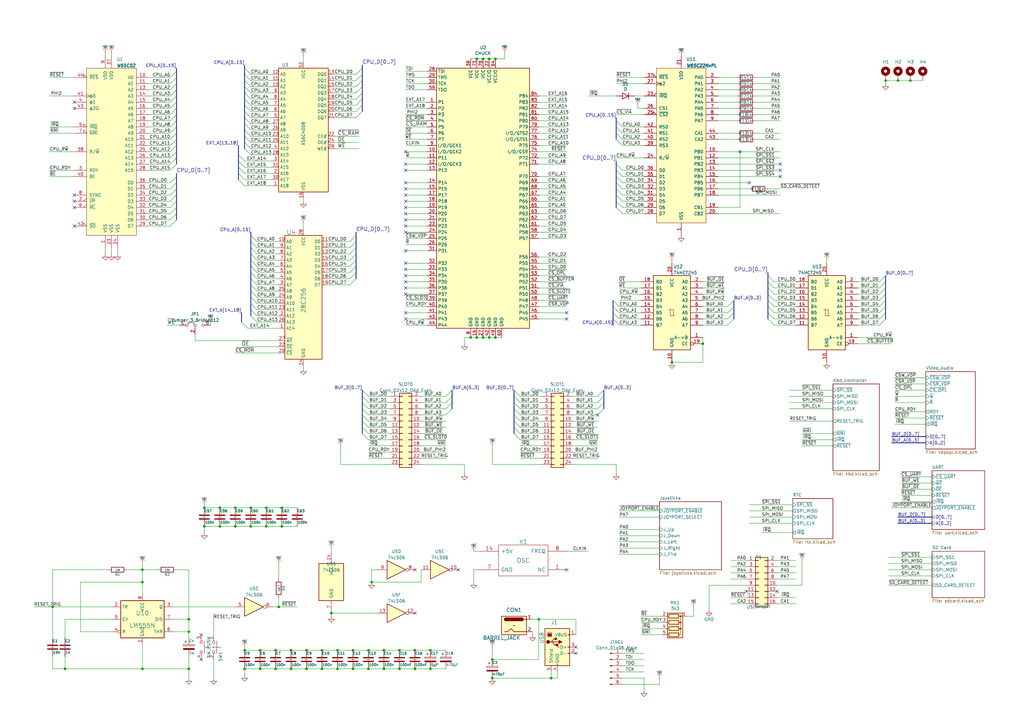
<source format=kicad_sch>
(kicad_sch (version 20230121) (generator eeschema)
  (paper "A3")
  (title_block (title "Steckschwein SBC") (rev "0.1"))
  (junction (at 138.43 274.32))
  (junction (at 157.48 274.32))
  (junction (at 21.59 248.92))
  (junction (at 100.33 266.7))
  (junction (at 100.33 274.32))
  (junction (at 102.87 208.28))
  (junction (at 368.3 33.02))
  (junction (at 58.42 238.76))
  (junction (at 203.2 138.43))
  (junction (at 119.38 274.32))
  (junction (at 363.22 33.02))
  (junction (at 288.29 140.97))
  (junction (at 58.42 274.32))
  (junction (at 163.83 266.7))
  (junction (at 96.52 208.28))
  (junction (at 201.93 270.51))
  (junction (at 125.73 266.7))
  (junction (at 114.3 248.92))
  (junction (at 96.52 215.9))
  (junction (at 77.47 274.32))
  (junction (at 144.78 266.7))
  (junction (at 193.04 138.43))
  (junction (at 373.38 33.02))
  (junction (at 106.68 266.7))
  (junction (at 176.53 274.32))
  (junction (at 198.12 138.43))
  (junction (at 83.82 215.9))
  (junction (at 132.08 266.7))
  (junction (at 152.4 238.76))
  (junction (at 144.78 274.32))
  (junction (at 102.87 215.9))
  (junction (at 170.18 274.32))
  (junction (at 115.57 215.9))
  (junction (at 201.93 278.13))
  (junction (at 200.66 24.13))
  (junction (at 26.67 274.32))
  (junction (at 195.58 24.13))
  (junction (at 170.18 266.7))
  (junction (at 109.22 215.9))
  (junction (at 119.38 266.7))
  (junction (at 138.43 266.7))
  (junction (at 157.48 266.7))
  (junction (at 77.47 259.08))
  (junction (at 125.73 274.32))
  (junction (at 113.03 266.7))
  (junction (at 226.06 278.13))
  (junction (at 151.13 266.7))
  (junction (at 195.58 138.43))
  (junction (at 176.53 266.7))
  (junction (at 303.53 62.23))
  (junction (at 113.03 274.32))
  (junction (at 106.68 274.32))
  (junction (at 163.83 274.32))
  (junction (at 275.59 148.59))
  (junction (at 203.2 24.13))
  (junction (at 83.82 208.28))
  (junction (at 200.66 138.43))
  (junction (at 135.89 251.46))
  (junction (at 109.22 208.28))
  (junction (at 58.42 233.68))
  (junction (at 220.98 254))
  (junction (at 90.17 208.28))
  (junction (at 198.12 24.13))
  (junction (at 132.08 274.32))
  (junction (at 115.57 208.28))
  (junction (at 77.47 254))
  (junction (at 151.13 274.32))
  (junction (at 90.17 215.9))
  (no_connect (at 166.37 107.95))
  (no_connect (at 30.48 44.45))
  (no_connect (at 166.37 67.31))
  (no_connect (at 236.22 267.97))
  (no_connect (at 82.55 270.51))
  (no_connect (at 232.41 130.81))
  (no_connect (at 232.41 128.27))
  (no_connect (at 318.77 242.57))
  (no_connect (at 245.11 170.18))
  (no_connect (at 166.37 115.57))
  (no_connect (at 166.37 110.49))
  (no_connect (at 320.04 72.39))
  (no_connect (at 30.48 41.91))
  (no_connect (at 306.07 242.57))
  (no_connect (at 166.37 102.87))
  (no_connect (at 166.37 92.71))
  (no_connect (at 320.04 67.31))
  (no_connect (at 166.37 62.23))
  (no_connect (at 166.37 77.47))
  (no_connect (at 166.37 82.55))
  (no_connect (at 166.37 87.63))
  (no_connect (at 307.34 74.93))
  (no_connect (at 30.48 85.09))
  (no_connect (at 30.48 92.71))
  (no_connect (at 166.37 74.93))
  (no_connect (at 166.37 95.25))
  (no_connect (at 166.37 80.01))
  (no_connect (at 320.04 69.85))
  (no_connect (at 166.37 113.03))
  (no_connect (at 170.18 233.68))
  (no_connect (at 166.37 85.09))
  (no_connect (at 232.41 233.68))
  (no_connect (at 166.37 118.11))
  (no_connect (at 30.48 82.55))
  (no_connect (at 170.18 251.46))
  (no_connect (at 187.96 233.68))
  (no_connect (at 236.22 265.43))
  (no_connect (at 30.48 80.01))
  (no_connect (at 166.37 90.17))
  (no_connect (at 82.55 260.35))
  (no_connect (at 166.37 130.81))
  (no_connect (at 166.37 120.65))
  (no_connect (at 166.37 69.85))
  (no_connect (at 166.37 128.27))
  (bus_entry (at 213.36 165.1) (size -2.54 -2.54))
  (bus_entry (at 100.33 53.34) (size 2.54 2.54))
  (bus_entry (at 146.05 48.26) (size 2.54 -2.54))
  (bus_entry (at 69.85 80.01) (size 2.54 -2.54))
  (bus_entry (at 72.39 44.45) (size -2.54 2.54))
  (bus_entry (at 298.45 130.81) (size 2.54 -2.54))
  (bus_entry (at 317.5 115.57) (size -2.54 -2.54))
  (bus_entry (at 252.73 54.61) (size 2.54 2.54))
  (bus_entry (at 69.85 74.93) (size 2.54 -2.54))
  (bus_entry (at 182.88 165.1) (size 2.54 -2.54))
  (bus_entry (at 72.39 34.29) (size -2.54 2.54))
  (bus_entry (at 72.39 62.23) (size -2.54 2.54))
  (bus_entry (at 146.05 43.18) (size 2.54 -2.54))
  (bus_entry (at 251.46 125.73) (size 2.54 2.54))
  (bus_entry (at 151.13 175.26) (size -2.54 -2.54))
  (bus_entry (at 360.68 125.73) (size 2.54 -2.54))
  (bus_entry (at 143.51 111.76) (size 2.54 -2.54))
  (bus_entry (at 72.39 31.75) (size -2.54 2.54))
  (bus_entry (at 255.27 77.47) (size -2.54 -2.54))
  (bus_entry (at 255.27 85.09) (size -2.54 -2.54))
  (bus_entry (at 100.33 48.26) (size 2.54 2.54))
  (bus_entry (at 251.46 128.27) (size 2.54 2.54))
  (bus_entry (at 72.39 52.07) (size -2.54 2.54))
  (bus_entry (at 97.79 68.58) (size 2.54 2.54))
  (bus_entry (at 72.39 29.21) (size -2.54 2.54))
  (bus_entry (at 252.73 49.53) (size 2.54 2.54))
  (bus_entry (at 143.51 109.22) (size 2.54 -2.54))
  (bus_entry (at 213.36 162.56) (size -2.54 -2.54))
  (bus_entry (at 146.05 45.72) (size 2.54 -2.54))
  (bus_entry (at 255.27 87.63) (size -2.54 -2.54))
  (bus_entry (at 151.13 165.1) (size -2.54 -2.54))
  (bus_entry (at 255.27 72.39) (size -2.54 -2.54))
  (bus_entry (at 97.79 66.04) (size 2.54 2.54))
  (bus_entry (at 245.11 165.1) (size 2.54 -2.54))
  (bus_entry (at 72.39 41.91) (size -2.54 2.54))
  (bus_entry (at 146.05 35.56) (size 2.54 -2.54))
  (bus_entry (at 72.39 64.77) (size -2.54 2.54))
  (bus_entry (at 100.33 58.42) (size 2.54 2.54))
  (bus_entry (at 151.13 172.72) (size -2.54 -2.54))
  (bus_entry (at 72.39 54.61) (size -2.54 2.54))
  (bus_entry (at 102.87 121.92) (size 2.54 2.54))
  (bus_entry (at 245.11 162.56) (size 2.54 -2.54))
  (bus_entry (at 102.87 99.06) (size 2.54 2.54))
  (bus_entry (at 72.39 67.31) (size -2.54 2.54))
  (bus_entry (at 97.79 71.12) (size 2.54 2.54))
  (bus_entry (at 100.33 40.64) (size 2.54 2.54))
  (bus_entry (at 317.5 125.73) (size -2.54 -2.54))
  (bus_entry (at 100.33 55.88) (size 2.54 2.54))
  (bus_entry (at 97.79 73.66) (size 2.54 2.54))
  (bus_entry (at 213.36 167.64) (size -2.54 -2.54))
  (bus_entry (at 317.5 128.27) (size -2.54 -2.54))
  (bus_entry (at 146.05 33.02) (size 2.54 -2.54))
  (bus_entry (at 143.51 114.3) (size 2.54 -2.54))
  (bus_entry (at 151.13 177.8) (size -2.54 -2.54))
  (bus_entry (at 102.87 127) (size 2.54 2.54))
  (bus_entry (at 317.5 120.65) (size -2.54 -2.54))
  (bus_entry (at 102.87 114.3) (size 2.54 2.54))
  (bus_entry (at 182.88 170.18) (size 2.54 -2.54))
  (bus_entry (at 255.27 74.93) (size -2.54 -2.54))
  (bus_entry (at 69.85 92.71) (size 2.54 -2.54))
  (bus_entry (at 360.68 130.81) (size 2.54 -2.54))
  (bus_entry (at 143.51 101.6) (size 2.54 -2.54))
  (bus_entry (at 72.39 49.53) (size -2.54 2.54))
  (bus_entry (at 69.85 90.17) (size 2.54 -2.54))
  (bus_entry (at 102.87 101.6) (size 2.54 2.54))
  (bus_entry (at 69.85 87.63) (size 2.54 -2.54))
  (bus_entry (at 360.68 115.57) (size 2.54 -2.54))
  (bus_entry (at 100.33 33.02) (size 2.54 2.54))
  (bus_entry (at 255.27 80.01) (size -2.54 -2.54))
  (bus_entry (at 182.88 162.56) (size 2.54 -2.54))
  (bus_entry (at 100.33 30.48) (size 2.54 2.54))
  (bus_entry (at 72.39 39.37) (size -2.54 2.54))
  (bus_entry (at 317.5 133.35) (size -2.54 -2.54))
  (bus_entry (at 252.73 52.07) (size 2.54 2.54))
  (bus_entry (at 213.36 177.8) (size -2.54 -2.54))
  (bus_entry (at 102.87 129.54) (size 2.54 2.54))
  (bus_entry (at 298.45 125.73) (size 2.54 -2.54))
  (bus_entry (at 100.33 43.18) (size 2.54 2.54))
  (bus_entry (at 252.73 57.15) (size 2.54 2.54))
  (bus_entry (at 69.85 82.55) (size 2.54 -2.54))
  (bus_entry (at 100.33 45.72) (size 2.54 2.54))
  (bus_entry (at 143.51 116.84) (size 2.54 -2.54))
  (bus_entry (at 298.45 128.27) (size 2.54 -2.54))
  (bus_entry (at 360.68 128.27) (size 2.54 -2.54))
  (bus_entry (at 146.05 30.48) (size 2.54 -2.54))
  (bus_entry (at 255.27 82.55) (size -2.54 -2.54))
  (bus_entry (at 360.68 123.19) (size 2.54 -2.54))
  (bus_entry (at 360.68 133.35) (size 2.54 -2.54))
  (bus_entry (at 102.87 96.52) (size 2.54 2.54))
  (bus_entry (at 213.36 180.34) (size -2.54 -2.54))
  (bus_entry (at 213.36 175.26) (size -2.54 -2.54))
  (bus_entry (at 102.87 106.68) (size 2.54 2.54))
  (bus_entry (at 251.46 130.81) (size 2.54 2.54))
  (bus_entry (at 102.87 109.22) (size 2.54 2.54))
  (bus_entry (at 102.87 124.46) (size 2.54 2.54))
  (bus_entry (at 251.46 123.19) (size 2.54 2.54))
  (bus_entry (at 72.39 36.83) (size -2.54 2.54))
  (bus_entry (at 317.5 123.19) (size -2.54 -2.54))
  (bus_entry (at 143.51 99.06) (size 2.54 -2.54))
  (bus_entry (at 102.87 116.84) (size 2.54 2.54))
  (bus_entry (at 360.68 120.65) (size 2.54 -2.54))
  (bus_entry (at 255.27 69.85) (size -2.54 -2.54))
  (bus_entry (at 151.13 180.34) (size -2.54 -2.54))
  (bus_entry (at 245.11 167.64) (size 2.54 -2.54))
  (bus_entry (at 143.51 104.14) (size 2.54 -2.54))
  (bus_entry (at 102.87 111.76) (size 2.54 2.54))
  (bus_entry (at 102.87 119.38) (size 2.54 2.54))
  (bus_entry (at 245.11 170.18) (size 2.54 -2.54))
  (bus_entry (at 182.88 167.64) (size 2.54 -2.54))
  (bus_entry (at 99.06 132.08) (size 2.54 2.54))
  (bus_entry (at 69.85 77.47) (size 2.54 -2.54))
  (bus_entry (at 69.85 85.09) (size 2.54 -2.54))
  (bus_entry (at 151.13 170.18) (size -2.54 -2.54))
  (bus_entry (at 72.39 57.15) (size -2.54 2.54))
  (bus_entry (at 100.33 60.96) (size 2.54 2.54))
  (bus_entry (at 213.36 172.72) (size -2.54 -2.54))
  (bus_entry (at 298.45 133.35) (size 2.54 -2.54))
  (bus_entry (at 317.5 130.81) (size -2.54 -2.54))
  (bus_entry (at 151.13 162.56) (size -2.54 -2.54))
  (bus_entry (at 143.51 106.68) (size 2.54 -2.54))
  (bus_entry (at 317.5 118.11) (size -2.54 -2.54))
  (bus_entry (at 146.05 40.64) (size 2.54 -2.54))
  (bus_entry (at 100.33 27.94) (size 2.54 2.54))
  (bus_entry (at 100.33 38.1) (size 2.54 2.54))
  (bus_entry (at 360.68 118.11) (size 2.54 -2.54))
  (bus_entry (at 146.05 38.1) (size 2.54 -2.54))
  (bus_entry (at 151.13 167.64) (size -2.54 -2.54))
  (bus_entry (at 100.33 35.56) (size 2.54 2.54))
  (bus_entry (at 72.39 46.99) (size -2.54 2.54))
  (bus_entry (at 97.79 63.5) (size 2.54 2.54))
  (bus_entry (at 100.33 50.8) (size 2.54 2.54))
  (bus_entry (at 72.39 59.69) (size -2.54 2.54))
  (bus_entry (at 102.87 104.14) (size 2.54 2.54))
  (bus_entry (at 213.36 170.18) (size -2.54 -2.54))
  (bus (pts (xy 148.59 43.18) (xy 148.59 45.72)))
  (wire (pts (xy 138.43 266.7) (xy 144.78 266.7)))
  (wire (pts (xy 288.29 138.43) (xy 288.29 140.97)))
  (bus (pts (xy 210.82 175.26) (xy 210.82 177.8)))
  (wire (pts (xy 175.26 77.47) (xy 166.37 77.47)))
  (wire (pts (xy 166.37 54.61) (xy 175.26 54.61)))
  (wire (pts (xy 264.16 74.93) (xy 255.27 74.93)))
  (bus (pts (xy 210.82 165.1) (xy 210.82 167.64)))
  (wire (pts (xy 166.37 118.11) (xy 175.26 118.11)))
  (wire (pts (xy 60.96 82.55) (xy 69.85 82.55)))
  (bus (pts (xy 300.99 125.73) (xy 300.99 128.27)))
  (wire (pts (xy 60.96 46.99) (xy 69.85 46.99)))
  (wire (pts (xy 294.64 72.39) (xy 320.04 72.39)))
  (wire (pts (xy 213.36 185.42) (xy 222.25 185.42)))
  (wire (pts (xy 102.87 215.9) (xy 109.22 215.9)))
  (wire (pts (xy 139.7 190.5) (xy 139.7 182.88)))
  (wire (pts (xy 264.16 85.09) (xy 255.27 85.09)))
  (wire (pts (xy 288.29 118.11) (xy 297.18 118.11)))
  (wire (pts (xy 369.57 195.58) (xy 382.27 195.58)))
  (wire (pts (xy 222.25 162.56) (xy 213.36 162.56)))
  (wire (pts (xy 252.73 31.75) (xy 264.16 31.75)))
  (bus (pts (xy 102.87 104.14) (xy 102.87 106.68)))
  (wire (pts (xy 264.16 52.07) (xy 255.27 52.07)))
  (wire (pts (xy 172.72 170.18) (xy 182.88 170.18)))
  (wire (pts (xy 254 118.11) (xy 262.89 118.11)))
  (wire (pts (xy 218.44 254) (xy 220.98 254)))
  (wire (pts (xy 309.88 39.37) (xy 320.04 39.37)))
  (wire (pts (xy 175.26 59.69) (xy 166.37 59.69)))
  (bus (pts (xy 72.39 82.55) (xy 72.39 85.09)))
  (wire (pts (xy 60.96 92.71) (xy 69.85 92.71)))
  (bus (pts (xy 314.96 111.76) (xy 314.96 113.03)))
  (wire (pts (xy 125.73 274.32) (xy 132.08 274.32)))
  (bus (pts (xy 148.59 162.56) (xy 148.59 165.1)))
  (wire (pts (xy 220.98 74.93) (xy 232.41 74.93)))
  (wire (pts (xy 175.26 34.29) (xy 166.37 34.29)))
  (bus (pts (xy 365.76 179.07) (xy 379.73 179.07)))
  (wire (pts (xy 175.26 90.17) (xy 166.37 90.17)))
  (wire (pts (xy 52.07 233.68) (xy 58.42 233.68)))
  (wire (pts (xy 137.16 58.42) (xy 147.32 58.42)))
  (bus (pts (xy 102.87 116.84) (xy 102.87 119.38)))
  (bus (pts (xy 363.22 115.57) (xy 363.22 118.11)))
  (wire (pts (xy 119.38 274.32) (xy 125.73 274.32)))
  (wire (pts (xy 255.27 270.51) (xy 264.16 270.51)))
  (wire (pts (xy 48.26 101.6) (xy 48.26 104.14)))
  (bus (pts (xy 252.73 52.07) (xy 252.73 54.61)))
  (wire (pts (xy 144.78 274.32) (xy 151.13 274.32)))
  (bus (pts (xy 252.73 49.53) (xy 252.73 52.07)))
  (wire (pts (xy 351.79 123.19) (xy 360.68 123.19)))
  (wire (pts (xy 20.32 54.61) (xy 30.48 54.61)))
  (wire (pts (xy 309.88 44.45) (xy 320.04 44.45)))
  (bus (pts (xy 251.46 130.81) (xy 251.46 133.35)))
  (bus (pts (xy 72.39 57.15) (xy 72.39 59.69)))
  (wire (pts (xy 220.98 110.49) (xy 232.41 110.49)))
  (bus (pts (xy 97.79 66.04) (xy 97.79 68.58)))
  (wire (pts (xy 252.73 34.29) (xy 264.16 34.29)))
  (wire (pts (xy 166.37 123.19) (xy 175.26 123.19)))
  (wire (pts (xy 166.37 130.81) (xy 175.26 130.81)))
  (wire (pts (xy 175.26 44.45) (xy 166.37 44.45)))
  (wire (pts (xy 109.22 215.9) (xy 115.57 215.9)))
  (wire (pts (xy 220.98 64.77) (xy 232.41 64.77)))
  (wire (pts (xy 100.33 265.43) (xy 100.33 266.7)))
  (wire (pts (xy 166.37 120.65) (xy 175.26 120.65)))
  (wire (pts (xy 72.39 233.68) (xy 77.47 233.68)))
  (wire (pts (xy 351.79 133.35) (xy 360.68 133.35)))
  (wire (pts (xy 254 115.57) (xy 262.89 115.57)))
  (wire (pts (xy 21.59 248.92) (xy 21.59 261.62)))
  (wire (pts (xy 318.77 234.95) (xy 326.39 234.95)))
  (wire (pts (xy 369.57 200.66) (xy 382.27 200.66)))
  (bus (pts (xy 97.79 59.69) (xy 97.79 63.5)))
  (bus (pts (xy 100.33 33.02) (xy 100.33 35.56)))
  (wire (pts (xy 134.62 114.3) (xy 143.51 114.3)))
  (bus (pts (xy 210.82 162.56) (xy 210.82 165.1)))
  (wire (pts (xy 234.95 190.5) (xy 252.73 190.5)))
  (bus (pts (xy 102.87 101.6) (xy 102.87 104.14)))
  (wire (pts (xy 137.16 38.1) (xy 146.05 38.1)))
  (bus (pts (xy 100.33 38.1) (xy 100.33 40.64)))
  (bus (pts (xy 251.46 125.73) (xy 251.46 128.27)))
  (wire (pts (xy 111.76 53.34) (xy 102.87 53.34)))
  (wire (pts (xy 60.96 90.17) (xy 69.85 90.17)))
  (wire (pts (xy 114.3 114.3) (xy 105.41 114.3)))
  (wire (pts (xy 160.02 172.72) (xy 151.13 172.72)))
  (wire (pts (xy 134.62 116.84) (xy 143.51 116.84)))
  (wire (pts (xy 100.33 274.32) (xy 106.68 274.32)))
  (wire (pts (xy 172.72 180.34) (xy 182.88 180.34)))
  (wire (pts (xy 255.27 267.97) (xy 264.16 267.97)))
  (wire (pts (xy 281.94 252.73) (xy 284.48 252.73)))
  (wire (pts (xy 60.96 62.23) (xy 69.85 62.23)))
  (wire (pts (xy 176.53 274.32) (xy 182.88 274.32)))
  (bus (pts (xy 252.73 69.85) (xy 252.73 72.39)))
  (wire (pts (xy 151.13 185.42) (xy 160.02 185.42)))
  (wire (pts (xy 111.76 35.56) (xy 102.87 35.56)))
  (bus (pts (xy 72.39 80.01) (xy 72.39 82.55)))
  (wire (pts (xy 60.96 74.93) (xy 69.85 74.93)))
  (wire (pts (xy 132.08 266.7) (xy 138.43 266.7)))
  (wire (pts (xy 254 120.65) (xy 262.89 120.65)))
  (bus (pts (xy 148.59 175.26) (xy 148.59 177.8)))
  (wire (pts (xy 60.96 41.91) (xy 69.85 41.91)))
  (wire (pts (xy 220.98 77.47) (xy 232.41 77.47)))
  (bus (pts (xy 100.33 40.64) (xy 100.33 43.18)))
  (wire (pts (xy 351.79 128.27) (xy 360.68 128.27)))
  (wire (pts (xy 271.78 257.81) (xy 262.89 257.81)))
  (wire (pts (xy 77.47 259.08) (xy 71.12 259.08)))
  (wire (pts (xy 60.96 64.77) (xy 69.85 64.77)))
  (bus (pts (xy 102.87 127) (xy 102.87 129.54)))
  (wire (pts (xy 114.3 116.84) (xy 105.41 116.84)))
  (wire (pts (xy 114.3 104.14) (xy 105.41 104.14)))
  (bus (pts (xy 252.73 48.26) (xy 252.73 49.53)))
  (wire (pts (xy 58.42 233.68) (xy 64.77 233.68)))
  (wire (pts (xy 323.85 160.02) (xy 341.63 160.02)))
  (wire (pts (xy 114.3 101.6) (xy 105.41 101.6)))
  (wire (pts (xy 137.16 35.56) (xy 146.05 35.56)))
  (wire (pts (xy 166.37 133.35) (xy 175.26 133.35)))
  (wire (pts (xy 137.16 30.48) (xy 146.05 30.48)))
  (bus (pts (xy 363.22 125.73) (xy 363.22 128.27)))
  (wire (pts (xy 220.98 92.71) (xy 232.41 92.71)))
  (wire (pts (xy 203.2 24.13) (xy 200.66 24.13)))
  (wire (pts (xy 309.88 36.83) (xy 320.04 36.83)))
  (bus (pts (xy 146.05 101.6) (xy 146.05 104.14)))
  (wire (pts (xy 213.36 187.96) (xy 222.25 187.96)))
  (bus (pts (xy 100.33 58.42) (xy 100.33 60.96)))
  (wire (pts (xy 58.42 238.76) (xy 58.42 243.84)))
  (wire (pts (xy 288.29 130.81) (xy 298.45 130.81)))
  (wire (pts (xy 264.16 54.61) (xy 255.27 54.61)))
  (bus (pts (xy 247.65 160.02) (xy 247.65 162.56)))
  (wire (pts (xy 307.34 207.01) (xy 325.12 207.01)))
  (wire (pts (xy 152.4 233.68) (xy 152.4 238.76)))
  (wire (pts (xy 102.87 208.28) (xy 109.22 208.28)))
  (bus (pts (xy 72.39 77.47) (xy 72.39 80.01)))
  (wire (pts (xy 160.02 167.64) (xy 151.13 167.64)))
  (wire (pts (xy 114.3 99.06) (xy 105.41 99.06)))
  (bus (pts (xy 100.33 43.18) (xy 100.33 45.72)))
  (wire (pts (xy 166.37 128.27) (xy 175.26 128.27)))
  (wire (pts (xy 172.72 167.64) (xy 182.88 167.64)))
  (wire (pts (xy 151.13 187.96) (xy 160.02 187.96)))
  (bus (pts (xy 100.33 48.26) (xy 100.33 50.8)))
  (wire (pts (xy 114.3 111.76) (xy 105.41 111.76)))
  (wire (pts (xy 254 219.71) (xy 270.51 219.71)))
  (wire (pts (xy 111.76 40.64) (xy 102.87 40.64)))
  (wire (pts (xy 175.26 29.21) (xy 166.37 29.21)))
  (wire (pts (xy 43.18 101.6) (xy 43.18 104.14)))
  (bus (pts (xy 185.42 160.02) (xy 185.42 162.56)))
  (wire (pts (xy 364.49 236.22) (xy 382.27 236.22)))
  (wire (pts (xy 60.96 80.01) (xy 69.85 80.01)))
  (wire (pts (xy 60.96 59.69) (xy 69.85 59.69)))
  (wire (pts (xy 220.98 52.07) (xy 232.41 52.07)))
  (wire (pts (xy 252.73 64.77) (xy 264.16 64.77)))
  (wire (pts (xy 288.29 115.57) (xy 297.18 115.57)))
  (wire (pts (xy 373.38 33.02) (xy 378.46 33.02)))
  (bus (pts (xy 100.33 35.56) (xy 100.33 38.1)))
  (wire (pts (xy 172.72 165.1) (xy 182.88 165.1)))
  (wire (pts (xy 114.3 129.54) (xy 105.41 129.54)))
  (wire (pts (xy 160.02 190.5) (xy 139.7 190.5)))
  (wire (pts (xy 351.79 130.81) (xy 360.68 130.81)))
  (wire (pts (xy 351.79 120.65) (xy 360.68 120.65)))
  (wire (pts (xy 111.76 66.04) (xy 100.33 66.04)))
  (wire (pts (xy 77.47 259.08) (xy 77.47 261.62)))
  (wire (pts (xy 288.29 120.65) (xy 297.18 120.65)))
  (wire (pts (xy 328.93 182.88) (xy 341.63 182.88)))
  (wire (pts (xy 198.12 138.43) (xy 200.66 138.43)))
  (wire (pts (xy 172.72 182.88) (xy 182.88 182.88)))
  (wire (pts (xy 222.25 167.64) (xy 213.36 167.64)))
  (wire (pts (xy 77.47 254) (xy 71.12 254)))
  (wire (pts (xy 111.76 38.1) (xy 102.87 38.1)))
  (wire (pts (xy 312.42 218.44) (xy 325.12 218.44)))
  (wire (pts (xy 264.16 57.15) (xy 255.27 57.15)))
  (wire (pts (xy 234.95 185.42) (xy 245.11 185.42)))
  (wire (pts (xy 111.76 58.42) (xy 102.87 58.42)))
  (wire (pts (xy 114.3 106.68) (xy 105.41 106.68)))
  (wire (pts (xy 115.57 215.9) (xy 121.92 215.9)))
  (wire (pts (xy 234.95 165.1) (xy 245.11 165.1)))
  (bus (pts (xy 148.59 33.02) (xy 148.59 35.56)))
  (wire (pts (xy 207.01 21.59) (xy 207.01 24.13)))
  (bus (pts (xy 368.3 214.63) (xy 382.27 214.63)))
  (wire (pts (xy 77.47 254) (xy 77.47 259.08)))
  (wire (pts (xy 222.25 177.8) (xy 213.36 177.8)))
  (wire (pts (xy 222.25 175.26) (xy 213.36 175.26)))
  (wire (pts (xy 294.64 44.45) (xy 302.26 44.45)))
  (wire (pts (xy 294.64 87.63) (xy 320.04 87.63)))
  (wire (pts (xy 134.62 99.06) (xy 143.51 99.06)))
  (wire (pts (xy 220.98 113.03) (xy 232.41 113.03)))
  (wire (pts (xy 172.72 177.8) (xy 181.61 177.8)))
  (wire (pts (xy 134.62 106.68) (xy 143.51 106.68)))
  (wire (pts (xy 60.96 34.29) (xy 69.85 34.29)))
  (wire (pts (xy 111.76 71.12) (xy 100.33 71.12)))
  (wire (pts (xy 234.95 162.56) (xy 245.11 162.56)))
  (wire (pts (xy 201.93 278.13) (xy 226.06 278.13)))
  (wire (pts (xy 220.98 107.95) (xy 232.41 107.95)))
  (wire (pts (xy 318.77 237.49) (xy 326.39 237.49)))
  (wire (pts (xy 166.37 67.31) (xy 175.26 67.31)))
  (wire (pts (xy 222.25 165.1) (xy 213.36 165.1)))
  (wire (pts (xy 166.37 62.23) (xy 175.26 62.23)))
  (wire (pts (xy 363.22 33.02) (xy 368.3 33.02)))
  (bus (pts (xy 102.87 95.25) (xy 102.87 96.52)))
  (wire (pts (xy 87.63 251.46) (xy 87.63 260.35)))
  (wire (pts (xy 326.39 128.27) (xy 317.5 128.27)))
  (wire (pts (xy 200.66 24.13) (xy 198.12 24.13)))
  (wire (pts (xy 175.26 85.09) (xy 166.37 85.09)))
  (wire (pts (xy 290.83 240.03) (xy 306.07 240.03)))
  (bus (pts (xy 72.39 29.21) (xy 72.39 31.75)))
  (wire (pts (xy 160.02 170.18) (xy 151.13 170.18)))
  (wire (pts (xy 21.59 233.68) (xy 21.59 248.92)))
  (wire (pts (xy 175.26 92.71) (xy 166.37 92.71)))
  (wire (pts (xy 294.64 80.01) (xy 320.04 80.01)))
  (wire (pts (xy 135.89 251.46) (xy 135.89 252.73)))
  (bus (pts (xy 146.05 95.25) (xy 146.05 96.52)))
  (wire (pts (xy 113.03 266.7) (xy 119.38 266.7)))
  (bus (pts (xy 251.46 123.19) (xy 251.46 125.73)))
  (wire (pts (xy 294.64 77.47) (xy 307.34 77.47)))
  (wire (pts (xy 175.26 31.75) (xy 166.37 31.75)))
  (wire (pts (xy 264.16 59.69) (xy 255.27 59.69)))
  (wire (pts (xy 96.52 208.28) (xy 102.87 208.28)))
  (wire (pts (xy 213.36 182.88) (xy 222.25 182.88)))
  (wire (pts (xy 220.98 128.27) (xy 232.41 128.27)))
  (bus (pts (xy 148.59 40.64) (xy 148.59 43.18)))
  (wire (pts (xy 294.64 57.15) (xy 302.26 57.15)))
  (wire (pts (xy 254 222.25) (xy 270.51 222.25)))
  (wire (pts (xy 218.44 259.08) (xy 218.44 260.35)))
  (wire (pts (xy 236.22 254) (xy 236.22 260.35)))
  (wire (pts (xy 111.76 33.02) (xy 102.87 33.02)))
  (wire (pts (xy 294.64 36.83) (xy 302.26 36.83)))
  (wire (pts (xy 166.37 100.33) (xy 175.26 100.33)))
  (wire (pts (xy 134.62 101.6) (xy 143.51 101.6)))
  (wire (pts (xy 111.76 30.48) (xy 102.87 30.48)))
  (wire (pts (xy 306.07 232.41) (xy 299.72 232.41)))
  (bus (pts (xy 365.76 181.61) (xy 379.73 181.61)))
  (wire (pts (xy 328.93 177.8) (xy 341.63 177.8)))
  (wire (pts (xy 367.03 154.94) (xy 379.73 154.94)))
  (wire (pts (xy 20.32 39.37) (xy 30.48 39.37)))
  (wire (pts (xy 45.72 254) (xy 26.67 254)))
  (bus (pts (xy 72.39 41.91) (xy 72.39 44.45)))
  (wire (pts (xy 45.72 101.6) (xy 45.72 104.14)))
  (wire (pts (xy 175.26 69.85) (xy 166.37 69.85)))
  (wire (pts (xy 328.93 240.03) (xy 318.77 240.03)))
  (bus (pts (xy 368.3 212.09) (xy 382.27 212.09)))
  (wire (pts (xy 306.07 237.49) (xy 299.72 237.49)))
  (wire (pts (xy 306.07 245.11) (xy 299.72 245.11)))
  (wire (pts (xy 20.32 31.75) (xy 30.48 31.75)))
  (wire (pts (xy 303.53 62.23) (xy 320.04 62.23)))
  (wire (pts (xy 288.29 148.59) (xy 288.29 140.97)))
  (wire (pts (xy 323.85 162.56) (xy 341.63 162.56)))
  (bus (pts (xy 148.59 38.1) (xy 148.59 40.64)))
  (wire (pts (xy 220.98 90.17) (xy 232.41 90.17)))
  (wire (pts (xy 271.78 252.73) (xy 262.89 252.73)))
  (wire (pts (xy 294.64 49.53) (xy 302.26 49.53)))
  (bus (pts (xy 148.59 170.18) (xy 148.59 172.72)))
  (wire (pts (xy 69.85 69.85) (xy 60.96 69.85)))
  (bus (pts (xy 148.59 27.94) (xy 148.59 30.48)))
  (wire (pts (xy 175.26 46.99) (xy 166.37 46.99)))
  (wire (pts (xy 137.16 45.72) (xy 146.05 45.72)))
  (wire (pts (xy 367.03 171.45) (xy 379.73 171.45)))
  (wire (pts (xy 13.97 248.92) (xy 21.59 248.92)))
  (bus (pts (xy 146.05 99.06) (xy 146.05 101.6)))
  (wire (pts (xy 234.95 172.72) (xy 245.11 172.72)))
  (wire (pts (xy 201.93 190.5) (xy 201.93 182.88)))
  (bus (pts (xy 148.59 165.1) (xy 148.59 167.64)))
  (wire (pts (xy 114.3 119.38) (xy 105.41 119.38)))
  (wire (pts (xy 314.96 77.47) (xy 320.04 77.47)))
  (wire (pts (xy 261.62 44.45) (xy 264.16 44.45)))
  (wire (pts (xy 106.68 274.32) (xy 113.03 274.32)))
  (wire (pts (xy 220.98 59.69) (xy 232.41 59.69)))
  (wire (pts (xy 160.02 165.1) (xy 151.13 165.1)))
  (bus (pts (xy 102.87 114.3) (xy 102.87 116.84)))
  (wire (pts (xy 60.96 87.63) (xy 69.85 87.63)))
  (wire (pts (xy 21.59 248.92) (xy 45.72 248.92)))
  (wire (pts (xy 254 224.79) (xy 270.51 224.79)))
  (wire (pts (xy 294.64 64.77) (xy 320.04 64.77)))
  (wire (pts (xy 106.68 266.7) (xy 113.03 266.7)))
  (wire (pts (xy 160.02 180.34) (xy 151.13 180.34)))
  (bus (pts (xy 102.87 99.06) (xy 102.87 101.6)))
  (wire (pts (xy 220.98 82.55) (xy 232.41 82.55)))
  (wire (pts (xy 198.12 24.13) (xy 195.58 24.13)))
  (bus (pts (xy 314.96 118.11) (xy 314.96 120.65)))
  (wire (pts (xy 307.34 212.09) (xy 325.12 212.09)))
  (wire (pts (xy 288.29 133.35) (xy 298.45 133.35)))
  (bus (pts (xy 72.39 64.77) (xy 72.39 67.31)))
  (wire (pts (xy 275.59 106.68) (xy 275.59 107.95)))
  (wire (pts (xy 105.41 132.08) (xy 114.3 132.08)))
  (wire (pts (xy 134.62 111.76) (xy 143.51 111.76)))
  (wire (pts (xy 201.93 265.43) (xy 201.93 270.51)))
  (wire (pts (xy 264.16 72.39) (xy 255.27 72.39)))
  (wire (pts (xy 60.96 67.31) (xy 69.85 67.31)))
  (wire (pts (xy 60.96 36.83) (xy 69.85 36.83)))
  (wire (pts (xy 157.48 274.32) (xy 163.83 274.32)))
  (wire (pts (xy 365.76 208.28) (xy 382.27 208.28)))
  (wire (pts (xy 262.89 133.35) (xy 254 133.35)))
  (wire (pts (xy 241.3 39.37) (xy 252.73 39.37)))
  (wire (pts (xy 363.22 33.02) (xy 363.22 34.29)))
  (wire (pts (xy 339.09 106.68) (xy 339.09 107.95)))
  (wire (pts (xy 166.37 97.79) (xy 175.26 97.79)))
  (wire (pts (xy 323.85 167.64) (xy 341.63 167.64)))
  (wire (pts (xy 306.07 247.65) (xy 299.72 247.65)))
  (bus (pts (xy 314.96 115.57) (xy 314.96 118.11)))
  (wire (pts (xy 367.03 157.48) (xy 379.73 157.48)))
  (wire (pts (xy 134.62 104.14) (xy 143.51 104.14)))
  (wire (pts (xy 351.79 125.73) (xy 360.68 125.73)))
  (bus (pts (xy 363.22 120.65) (xy 363.22 123.19)))
  (wire (pts (xy 275.59 148.59) (xy 288.29 148.59)))
  (wire (pts (xy 166.37 64.77) (xy 175.26 64.77)))
  (bus (pts (xy 148.59 30.48) (xy 148.59 33.02)))
  (wire (pts (xy 138.43 274.32) (xy 144.78 274.32)))
  (wire (pts (xy 114.3 109.22) (xy 105.41 109.22)))
  (bus (pts (xy 97.79 71.12) (xy 97.79 73.66)))
  (wire (pts (xy 294.64 74.93) (xy 307.34 74.93)))
  (wire (pts (xy 368.3 33.02) (xy 373.38 33.02)))
  (wire (pts (xy 114.3 124.46) (xy 105.41 124.46)))
  (wire (pts (xy 194.31 226.06) (xy 196.85 226.06)))
  (wire (pts (xy 318.77 247.65) (xy 326.39 247.65)))
  (wire (pts (xy 58.42 264.16) (xy 58.42 274.32)))
  (wire (pts (xy 220.98 67.31) (xy 232.41 67.31)))
  (wire (pts (xy 21.59 233.68) (xy 44.45 233.68)))
  (wire (pts (xy 83.82 207.01) (xy 83.82 208.28)))
  (wire (pts (xy 309.88 49.53) (xy 320.04 49.53)))
  (wire (pts (xy 220.98 49.53) (xy 232.41 49.53)))
  (wire (pts (xy 58.42 231.14) (xy 58.42 233.68)))
  (wire (pts (xy 309.88 41.91) (xy 320.04 41.91)))
  (wire (pts (xy 172.72 190.5) (xy 190.5 190.5)))
  (bus (pts (xy 148.59 26.67) (xy 148.59 27.94)))
  (wire (pts (xy 172.72 162.56) (xy 182.88 162.56)))
  (wire (pts (xy 220.98 46.99) (xy 232.41 46.99)))
  (wire (pts (xy 144.78 266.7) (xy 151.13 266.7)))
  (wire (pts (xy 115.57 208.28) (xy 121.92 208.28)))
  (wire (pts (xy 351.79 138.43) (xy 365.76 138.43)))
  (bus (pts (xy 100.33 26.67) (xy 100.33 27.94)))
  (bus (pts (xy 72.39 49.53) (xy 72.39 52.07)))
  (wire (pts (xy 111.76 68.58) (xy 100.33 68.58)))
  (wire (pts (xy 220.98 54.61) (xy 232.41 54.61)))
  (bus (pts (xy 247.65 162.56) (xy 247.65 165.1)))
  (wire (pts (xy 166.37 52.07) (xy 175.26 52.07)))
  (wire (pts (xy 114.3 248.92) (xy 121.92 248.92)))
  (wire (pts (xy 175.26 80.01) (xy 166.37 80.01)))
  (wire (pts (xy 172.72 238.76) (xy 152.4 238.76)))
  (wire (pts (xy 172.72 175.26) (xy 182.88 175.26)))
  (wire (pts (xy 294.64 62.23) (xy 303.53 62.23)))
  (wire (pts (xy 137.16 55.88) (xy 147.32 55.88)))
  (bus (pts (xy 314.96 120.65) (xy 314.96 123.19)))
  (wire (pts (xy 323.85 172.72) (xy 341.63 172.72)))
  (wire (pts (xy 309.88 34.29) (xy 320.04 34.29)))
  (wire (pts (xy 160.02 177.8) (xy 151.13 177.8)))
  (wire (pts (xy 294.64 31.75) (xy 302.26 31.75)))
  (bus (pts (xy 102.87 96.52) (xy 102.87 99.06)))
  (wire (pts (xy 207.01 24.13) (xy 203.2 24.13)))
  (wire (pts (xy 114.3 127) (xy 105.41 127)))
  (bus (pts (xy 102.87 109.22) (xy 102.87 111.76)))
  (wire (pts (xy 111.76 73.66) (xy 100.33 73.66)))
  (wire (pts (xy 166.37 125.73) (xy 175.26 125.73)))
  (wire (pts (xy 172.72 185.42) (xy 182.88 185.42)))
  (wire (pts (xy 234.95 167.64) (xy 245.11 167.64)))
  (wire (pts (xy 294.64 67.31) (xy 320.04 67.31)))
  (bus (pts (xy 102.87 119.38) (xy 102.87 121.92)))
  (wire (pts (xy 175.26 74.93) (xy 166.37 74.93)))
  (wire (pts (xy 220.98 125.73) (xy 232.41 125.73)))
  (wire (pts (xy 80.01 137.16) (xy 80.01 139.7)))
  (wire (pts (xy 111.76 48.26) (xy 102.87 48.26)))
  (wire (pts (xy 194.31 233.68) (xy 196.85 233.68)))
  (wire (pts (xy 234.95 170.18) (xy 245.11 170.18)))
  (wire (pts (xy 132.08 274.32) (xy 138.43 274.32)))
  (wire (pts (xy 220.98 87.63) (xy 232.41 87.63)))
  (wire (pts (xy 367.03 165.1) (xy 379.73 165.1)))
  (wire (pts (xy 262.89 125.73) (xy 254 125.73)))
  (bus (pts (xy 148.59 160.02) (xy 148.59 162.56)))
  (wire (pts (xy 264.16 80.01) (xy 255.27 80.01)))
  (wire (pts (xy 252.73 190.5) (xy 252.73 194.31)))
  (bus (pts (xy 72.39 62.23) (xy 72.39 64.77)))
  (wire (pts (xy 157.48 266.7) (xy 163.83 266.7)))
  (wire (pts (xy 220.98 118.11) (xy 232.41 118.11)))
  (wire (pts (xy 26.67 274.32) (xy 58.42 274.32)))
  (wire (pts (xy 222.25 180.34) (xy 213.36 180.34)))
  (wire (pts (xy 124.46 81.28) (xy 124.46 82.55)))
  (wire (pts (xy 255.27 275.59) (xy 264.16 275.59)))
  (bus (pts (xy 100.33 53.34) (xy 100.33 55.88)))
  (wire (pts (xy 369.57 203.2) (xy 382.27 203.2)))
  (wire (pts (xy 234.95 180.34) (xy 245.11 180.34)))
  (wire (pts (xy 193.04 138.43) (xy 195.58 138.43)))
  (wire (pts (xy 96.52 144.78) (xy 114.3 144.78)))
  (wire (pts (xy 220.98 80.01) (xy 232.41 80.01)))
  (wire (pts (xy 261.62 43.18) (xy 261.62 44.45)))
  (wire (pts (xy 166.37 110.49) (xy 175.26 110.49)))
  (wire (pts (xy 254 123.19) (xy 262.89 123.19)))
  (bus (pts (xy 252.73 66.04) (xy 252.73 67.31)))
  (wire (pts (xy 228.6 275.59) (xy 228.6 278.13)))
  (wire (pts (xy 100.33 274.32) (xy 100.33 276.86)))
  (bus (pts (xy 363.22 123.19) (xy 363.22 125.73)))
  (wire (pts (xy 260.35 39.37) (xy 264.16 39.37)))
  (wire (pts (xy 166.37 107.95) (xy 175.26 107.95)))
  (wire (pts (xy 170.18 274.32) (xy 176.53 274.32)))
  (wire (pts (xy 220.98 254) (xy 236.22 254)))
  (wire (pts (xy 60.96 77.47) (xy 69.85 77.47)))
  (wire (pts (xy 264.16 69.85) (xy 255.27 69.85)))
  (wire (pts (xy 45.72 21.59) (xy 45.72 22.86)))
  (bus (pts (xy 146.05 106.68) (xy 146.05 109.22)))
  (bus (pts (xy 72.39 36.83) (xy 72.39 39.37)))
  (bus (pts (xy 148.59 167.64) (xy 148.59 170.18)))
  (wire (pts (xy 306.07 234.95) (xy 299.72 234.95)))
  (wire (pts (xy 137.16 60.96) (xy 147.32 60.96)))
  (bus (pts (xy 185.42 162.56) (xy 185.42 165.1)))
  (wire (pts (xy 288.29 128.27) (xy 298.45 128.27)))
  (wire (pts (xy 318.77 229.87) (xy 326.39 229.87)))
  (wire (pts (xy 309.88 31.75) (xy 320.04 31.75)))
  (bus (pts (xy 97.79 68.58) (xy 97.79 71.12)))
  (wire (pts (xy 170.18 266.7) (xy 176.53 266.7)))
  (wire (pts (xy 111.76 43.18) (xy 102.87 43.18)))
  (bus (pts (xy 102.87 106.68) (xy 102.87 109.22)))
  (wire (pts (xy 101.6 134.62) (xy 114.3 134.62)))
  (wire (pts (xy 160.02 175.26) (xy 151.13 175.26)))
  (wire (pts (xy 45.72 259.08) (xy 33.02 259.08)))
  (wire (pts (xy 255.27 280.67) (xy 270.51 280.67)))
  (wire (pts (xy 364.49 228.6) (xy 382.27 228.6)))
  (bus (pts (xy 314.96 125.73) (xy 314.96 128.27)))
  (wire (pts (xy 220.98 72.39) (xy 232.41 72.39)))
  (bus (pts (xy 252.73 72.39) (xy 252.73 74.93)))
  (wire (pts (xy 83.82 215.9) (xy 90.17 215.9)))
  (wire (pts (xy 33.02 259.08) (xy 33.02 238.76)))
  (bus (pts (xy 72.39 72.39) (xy 72.39 74.93)))
  (wire (pts (xy 172.72 172.72) (xy 182.88 172.72)))
  (wire (pts (xy 111.76 76.2) (xy 100.33 76.2)))
  (wire (pts (xy 254 209.55) (xy 270.51 209.55)))
  (wire (pts (xy 166.37 113.03) (xy 175.26 113.03)))
  (bus (pts (xy 100.33 27.94) (xy 100.33 30.48)))
  (wire (pts (xy 294.64 54.61) (xy 302.26 54.61)))
  (wire (pts (xy 220.98 105.41) (xy 232.41 105.41)))
  (wire (pts (xy 60.96 49.53) (xy 69.85 49.53)))
  (wire (pts (xy 222.25 172.72) (xy 213.36 172.72)))
  (bus (pts (xy 252.73 67.31) (xy 252.73 69.85)))
  (wire (pts (xy 323.85 165.1) (xy 341.63 165.1)))
  (wire (pts (xy 43.18 21.59) (xy 43.18 22.86)))
  (wire (pts (xy 367.03 173.99) (xy 379.73 173.99)))
  (wire (pts (xy 220.98 57.15) (xy 232.41 57.15)))
  (bus (pts (xy 146.05 96.52) (xy 146.05 99.06)))
  (wire (pts (xy 172.72 187.96) (xy 182.88 187.96)))
  (wire (pts (xy 175.26 95.25) (xy 166.37 95.25)))
  (wire (pts (xy 172.72 233.68) (xy 172.72 238.76)))
  (wire (pts (xy 21.59 269.24) (xy 21.59 274.32)))
  (bus (pts (xy 102.87 124.46) (xy 102.87 127)))
  (wire (pts (xy 226.06 275.59) (xy 226.06 278.13)))
  (wire (pts (xy 102.87 63.5) (xy 111.76 63.5)))
  (wire (pts (xy 21.59 274.32) (xy 26.67 274.32)))
  (wire (pts (xy 114.3 245.11) (xy 114.3 248.92)))
  (wire (pts (xy 294.64 46.99) (xy 302.26 46.99)))
  (wire (pts (xy 222.25 190.5) (xy 201.93 190.5)))
  (wire (pts (xy 220.98 115.57) (xy 232.41 115.57)))
  (wire (pts (xy 318.77 232.41) (xy 326.39 232.41)))
  (bus (pts (xy 97.79 63.5) (xy 97.79 66.04)))
  (wire (pts (xy 60.96 31.75) (xy 69.85 31.75)))
  (wire (pts (xy 86.36 132.08) (xy 86.36 133.35)))
  (wire (pts (xy 102.87 60.96) (xy 111.76 60.96)))
  (wire (pts (xy 220.98 97.79) (xy 232.41 97.79)))
  (wire (pts (xy 124.46 149.86) (xy 124.46 151.13)))
  (wire (pts (xy 220.98 85.09) (xy 232.41 85.09)))
  (wire (pts (xy 114.3 121.92) (xy 105.41 121.92)))
  (wire (pts (xy 20.32 69.85) (xy 30.48 69.85)))
  (wire (pts (xy 255.27 273.05) (xy 264.16 273.05)))
  (wire (pts (xy 220.98 254) (xy 220.98 270.51)))
  (bus (pts (xy 146.05 109.22) (xy 146.05 111.76)))
  (bus (pts (xy 300.99 123.19) (xy 300.99 125.73)))
  (bus (pts (xy 252.73 54.61) (xy 252.73 57.15)))
  (bus (pts (xy 247.65 165.1) (xy 247.65 167.64)))
  (wire (pts (xy 137.16 43.18) (xy 146.05 43.18)))
  (wire (pts (xy 318.77 245.11) (xy 326.39 245.11)))
  (bus (pts (xy 210.82 167.64) (xy 210.82 170.18)))
  (wire (pts (xy 364.49 231.14) (xy 382.27 231.14)))
  (wire (pts (xy 234.95 187.96) (xy 245.11 187.96)))
  (wire (pts (xy 220.98 39.37) (xy 232.41 39.37)))
  (bus (pts (xy 252.73 74.93) (xy 252.73 77.47)))
  (wire (pts (xy 307.34 209.55) (xy 325.12 209.55)))
  (bus (pts (xy 72.39 31.75) (xy 72.39 34.29)))
  (bus (pts (xy 146.05 111.76) (xy 146.05 114.3)))
  (wire (pts (xy 226.06 278.13) (xy 228.6 278.13)))
  (wire (pts (xy 190.5 190.5) (xy 190.5 194.31)))
  (wire (pts (xy 294.64 34.29) (xy 302.26 34.29)))
  (wire (pts (xy 119.38 266.7) (xy 125.73 266.7)))
  (wire (pts (xy 254 217.17) (xy 270.51 217.17)))
  (wire (pts (xy 58.42 274.32) (xy 77.47 274.32)))
  (wire (pts (xy 220.98 123.19) (xy 232.41 123.19)))
  (wire (pts (xy 264.16 87.63) (xy 255.27 87.63)))
  (wire (pts (xy 111.76 45.72) (xy 102.87 45.72)))
  (wire (pts (xy 262.89 130.81) (xy 254 130.81)))
  (bus (pts (xy 72.39 46.99) (xy 72.39 49.53)))
  (wire (pts (xy 96.52 215.9) (xy 102.87 215.9)))
  (wire (pts (xy 222.25 170.18) (xy 213.36 170.18)))
  (bus (pts (xy 102.87 121.92) (xy 102.87 124.46)))
  (wire (pts (xy 220.98 130.81) (xy 232.41 130.81)))
  (wire (pts (xy 151.13 274.32) (xy 157.48 274.32)))
  (wire (pts (xy 234.95 182.88) (xy 245.11 182.88)))
  (wire (pts (xy 326.39 118.11) (xy 317.5 118.11)))
  (wire (pts (xy 83.82 208.28) (xy 90.17 208.28)))
  (bus (pts (xy 210.82 172.72) (xy 210.82 175.26)))
  (wire (pts (xy 20.32 52.07) (xy 30.48 52.07)))
  (wire (pts (xy 364.49 233.68) (xy 382.27 233.68)))
  (wire (pts (xy 309.88 54.61) (xy 320.04 54.61)))
  (wire (pts (xy 152.4 233.68) (xy 154.94 233.68)))
  (wire (pts (xy 294.64 85.09) (xy 303.53 85.09)))
  (wire (pts (xy 326.39 133.35) (xy 317.5 133.35)))
  (wire (pts (xy 190.5 138.43) (xy 193.04 138.43)))
  (bus (pts (xy 100.33 30.48) (xy 100.33 33.02)))
  (bus (pts (xy 72.39 85.09) (xy 72.39 87.63)))
  (bus (pts (xy 363.22 118.11) (xy 363.22 120.65)))
  (wire (pts (xy 220.98 120.65) (xy 232.41 120.65)))
  (bus (pts (xy 72.39 87.63) (xy 72.39 90.17)))
  (wire (pts (xy 20.32 72.39) (xy 30.48 72.39)))
  (bus (pts (xy 100.33 45.72) (xy 100.33 48.26)))
  (wire (pts (xy 195.58 24.13) (xy 193.04 24.13)))
  (wire (pts (xy 326.39 125.73) (xy 317.5 125.73)))
  (bus (pts (xy 210.82 160.02) (xy 210.82 162.56)))
  (wire (pts (xy 306.07 229.87) (xy 299.72 229.87)))
  (wire (pts (xy 77.47 233.68) (xy 77.47 254)))
  (bus (pts (xy 148.59 172.72) (xy 148.59 175.26)))
  (wire (pts (xy 326.39 123.19) (xy 317.5 123.19)))
  (wire (pts (xy 288.29 125.73) (xy 298.45 125.73)))
  (bus (pts (xy 100.33 55.88) (xy 100.33 58.42)))
  (wire (pts (xy 351.79 118.11) (xy 360.68 118.11)))
  (bus (pts (xy 72.39 39.37) (xy 72.39 41.91)))
  (wire (pts (xy 135.89 224.79) (xy 135.89 226.06)))
  (wire (pts (xy 77.47 269.24) (xy 77.47 274.32)))
  (wire (pts (xy 252.73 46.99) (xy 264.16 46.99)))
  (bus (pts (xy 185.42 165.1) (xy 185.42 167.64)))
  (bus (pts (xy 314.96 123.19) (xy 314.96 125.73)))
  (wire (pts (xy 220.98 62.23) (xy 232.41 62.23)))
  (bus (pts (xy 72.39 54.61) (xy 72.39 57.15)))
  (wire (pts (xy 151.13 182.88) (xy 160.02 182.88)))
  (bus (pts (xy 314.96 128.27) (xy 314.96 130.81)))
  (bus (pts (xy 72.39 71.12) (xy 72.39 72.39)))
  (wire (pts (xy 326.39 120.65) (xy 317.5 120.65)))
  (wire (pts (xy 326.39 115.57) (xy 317.5 115.57)))
  (wire (pts (xy 166.37 49.53) (xy 175.26 49.53)))
  (wire (pts (xy 134.62 109.22) (xy 143.51 109.22)))
  (wire (pts (xy 220.98 41.91) (xy 232.41 41.91)))
  (wire (pts (xy 290.83 250.19) (xy 290.83 240.03)))
  (wire (pts (xy 113.03 274.32) (xy 119.38 274.32)))
  (wire (pts (xy 294.64 69.85) (xy 320.04 69.85)))
  (wire (pts (xy 255.27 278.13) (xy 264.16 278.13)))
  (wire (pts (xy 309.88 46.99) (xy 320.04 46.99)))
  (wire (pts (xy 60.96 85.09) (xy 69.85 85.09)))
  (wire (pts (xy 166.37 57.15) (xy 175.26 57.15)))
  (wire (pts (xy 175.26 82.55) (xy 166.37 82.55)))
  (wire (pts (xy 294.64 39.37) (xy 302.26 39.37)))
  (wire (pts (xy 234.95 177.8) (xy 243.84 177.8)))
  (wire (pts (xy 60.96 39.37) (xy 69.85 39.37)))
  (wire (pts (xy 90.17 208.28) (xy 96.52 208.28)))
  (wire (pts (xy 307.34 214.63) (xy 325.12 214.63)))
  (wire (pts (xy 351.79 115.57) (xy 360.68 115.57)))
  (wire (pts (xy 60.96 54.61) (xy 69.85 54.61)))
  (wire (pts (xy 367.03 162.56) (xy 379.73 162.56)))
  (bus (pts (xy 72.39 44.45) (xy 72.39 46.99)))
  (wire (pts (xy 284.48 252.73) (xy 284.48 248.92)))
  (bus (pts (xy 72.39 52.07) (xy 72.39 54.61)))
  (wire (pts (xy 26.67 254) (xy 26.67 261.62)))
  (wire (pts (xy 254 212.09) (xy 270.51 212.09)))
  (wire (pts (xy 309.88 57.15) (xy 320.04 57.15)))
  (wire (pts (xy 254 227.33) (xy 270.51 227.33)))
  (wire (pts (xy 175.26 87.63) (xy 166.37 87.63)))
  (wire (pts (xy 124.46 91.44) (xy 124.46 93.98)))
  (wire (pts (xy 20.32 62.23) (xy 30.48 62.23)))
  (wire (pts (xy 124.46 22.86) (xy 124.46 25.4)))
  (wire (pts (xy 271.78 255.27) (xy 262.89 255.27)))
  (wire (pts (xy 111.76 55.88) (xy 102.87 55.88)))
  (wire (pts (xy 83.82 215.9) (xy 83.82 218.44)))
  (wire (pts (xy 220.98 44.45) (xy 232.41 44.45)))
  (wire (pts (xy 220.98 95.25) (xy 232.41 95.25)))
  (wire (pts (xy 163.83 274.32) (xy 170.18 274.32)))
  (bus (pts (xy 72.39 74.93) (xy 72.39 77.47)))
  (wire (pts (xy 271.78 260.35) (xy 262.89 260.35)))
  (bus (pts (xy 100.33 50.8) (xy 100.33 53.34)))
  (wire (pts (xy 369.57 198.12) (xy 382.27 198.12)))
  (bus (pts (xy 251.46 128.27) (xy 251.46 130.81)))
  (bus (pts (xy 146.05 104.14) (xy 146.05 106.68)))
  (wire (pts (xy 99.06 142.24) (xy 114.3 142.24)))
  (wire (pts (xy 234.95 175.26) (xy 245.11 175.26)))
  (bus (pts (xy 148.59 35.56) (xy 148.59 38.1)))
  (bus (pts (xy 300.99 128.27) (xy 300.99 130.81)))
  (wire (pts (xy 195.58 138.43) (xy 198.12 138.43)))
  (wire (pts (xy 68.58 133.35) (xy 73.66 133.35)))
  (wire (pts (xy 137.16 33.02) (xy 146.05 33.02)))
  (wire (pts (xy 111.76 50.8) (xy 102.87 50.8)))
  (wire (pts (xy 58.42 233.68) (xy 58.42 238.76)))
  (wire (pts (xy 166.37 115.57) (xy 175.26 115.57)))
  (wire (pts (xy 201.93 270.51) (xy 220.98 270.51)))
  (wire (pts (xy 328.93 240.03) (xy 328.93 229.87)))
  (wire (pts (xy 200.66 138.43) (xy 203.2 138.43)))
  (wire (pts (xy 303.53 85.09) (xy 303.53 62.23)))
  (bus (pts (xy 252.73 80.01) (xy 252.73 82.55)))
  (wire (pts (xy 270.51 280.67) (xy 270.51 278.13)))
  (wire (pts (xy 190.5 140.97) (xy 190.5 138.43)))
  (wire (pts (xy 175.26 36.83) (xy 166.37 36.83)))
  (wire (pts (xy 125.73 266.7) (xy 132.08 266.7)))
  (wire (pts (xy 166.37 41.91) (xy 175.26 41.91)))
  (bus (pts (xy 72.39 59.69) (xy 72.39 62.23)))
  (bus (pts (xy 99.06 128.27) (xy 99.06 132.08)))
  (wire (pts (xy 351.79 140.97) (xy 365.76 140.97)))
  (wire (pts (xy 194.31 233.68) (xy 194.31 238.76)))
  (wire (pts (xy 71.12 248.92) (xy 96.52 248.92)))
  (wire (pts (xy 176.53 266.7) (xy 182.88 266.7)))
  (bus (pts (xy 363.22 113.03) (xy 363.22 115.57)))
  (bus (pts (xy 210.82 170.18) (xy 210.82 172.72)))
  (bus (pts (xy 72.39 34.29) (xy 72.39 36.83)))
  (wire (pts (xy 163.83 266.7) (xy 170.18 266.7)))
  (wire (pts (xy 262.89 128.27) (xy 254 128.27)))
  (wire (pts (xy 100.33 266.7) (xy 106.68 266.7)))
  (bus (pts (xy 72.39 27.94) (xy 72.39 29.21)))
  (wire (pts (xy 264.16 77.47) (xy 255.27 77.47)))
  (bus (pts (xy 252.73 82.55) (xy 252.73 85.09)))
  (bus (pts (xy 102.87 111.76) (xy 102.87 114.3)))
  (wire (pts (xy 367.03 160.02) (xy 379.73 160.02)))
  (wire (pts (xy 288.29 123.19) (xy 297.18 123.19)))
  (wire (pts (xy 60.96 57.15) (xy 69.85 57.15)))
  (wire (pts (xy 60.96 52.07) (xy 69.85 52.07)))
  (wire (pts (xy 203.2 138.43) (xy 205.74 138.43)))
  (wire (pts (xy 264.16 278.13) (xy 264.16 283.21)))
  (wire (pts (xy 364.49 240.03) (xy 382.27 240.03)))
  (wire (pts (xy 26.67 269.24) (xy 26.67 274.32)))
  (wire (pts (xy 109.22 208.28) (xy 115.57 208.28)))
  (wire (pts (xy 77.47 274.32) (xy 77.47 278.13)))
  (wire (pts (xy 90.17 215.9) (xy 96.52 215.9)))
  (wire (pts (xy 326.39 130.81) (xy 317.5 130.81)))
  (wire (pts (xy 60.96 44.45) (xy 69.85 44.45)))
  (wire (pts (xy 87.63 270.51) (xy 87.63 278.13)))
  (bus (pts (xy 363.22 128.27) (xy 363.22 130.81)))
  (wire (pts (xy 232.41 226.06) (xy 241.3 226.06)))
  (bus (pts (xy 252.73 77.47) (xy 252.73 80.01)))
  (wire (pts (xy 264.16 82.55) (xy 255.27 82.55)))
  (wire (pts (xy 135.89 251.46) (xy 154.94 251.46)))
  (wire (pts (xy 111.76 248.92) (xy 114.3 248.92)))
  (wire (pts (xy 114.3 231.14) (xy 114.3 237.49)))
  (wire (pts (xy 137.16 40.64) (xy 146.05 40.64)))
  (wire (pts (xy 369.57 205.74) (xy 382.27 205.74)))
  (wire (pts (xy 137.16 48.26) (xy 146.05 48.26)))
  (wire (pts (xy 33.02 238.76) (xy 58.42 238.76)))
  (wire (pts (xy 160.02 162.56) (xy 151.13 162.56)))
  (wire (pts (xy 367.03 168.91) (xy 379.73 168.91)))
  (wire (pts (xy 151.13 266.7) (xy 157.48 266.7)))
  (wire (pts (xy 80.01 139.7) (xy 114.3 139.7)))
  (wire (pts (xy 328.93 180.34) (xy 341.63 180.34)))
  (bus (pts (xy 314.96 113.03) (xy 314.96 115.57)))
  (wire (pts (xy 294.64 41.91) (xy 302.26 41.91)))
  (wire (pts (xy 166.37 102.87) (xy 175.26 102.87)))
  (label "SPI_CLK" (at 369.57 236.22 0))
  (label "PA1" (at 320.04 229.87 0))
  (label "~{RESET}" (at 226.06 62.23 0))
  (label "CPU_A[0..15]" (at 102.87 95.25 180))
  (label "CPU_A5" (at 102.87 43.18 0))
  (label "EXT_A[13..18]" (at 97.79 59.69 180))
  (label "~{OE}" (at 256.54 115.57 180))
  (label "TDO" (at 166.37 36.83 0))
  (label "~{IRQ}" (at 316.23 218.44 180))
  (label "BUF_D5" (at 353.06 128.27 0))
  (label "CPU_A[0..15]" (at 252.73 48.26 180))
  (label "PA3" (at 254 224.79 0))
  (label "BUF_A0" (at 236.22 162.56 0))
  (label "PA3" (at 316.23 39.37 0))
  (label "EXT_A14" (at 110.49 134.62 180))
  (label "~{CS_BUFFER}" (at 224.79 115.57 0))
  (label "BUF_D6" (at 353.06 130.81 0))
  (label "CPU_A[0..15]" (at 251.46 133.35 180))
  (label "~{RESET}" (at 299.72 245.11 0))
  (label "CPU_A6" (at 69.85 46.99 180))
  (label "PA7" (at 254 212.09 0))
  (label "TDI" (at 166.37 29.21 0))
  (label "CPU_A8" (at 69.85 52.07 180))
  (label "~{IRQ}" (at 266.7 257.81 180))
  (label "CPU_A13" (at 102.87 63.5 0))
  (label "PA4" (at 302.26 234.95 0))
  (label "CPU_D0" (at 326.39 115.57 180))
  (label "BUF_D2" (at 158.75 167.64 180))
  (label "BUF_D4" (at 353.06 125.73 0))
  (label "CPU_A14" (at 69.85 67.31 180))
  (label "CPU_A10" (at 69.85 57.15 180))
  (label "CPU_D4" (at 264.16 80.01 180))
  (label "~{WE}" (at 138.43 60.96 0) (effects (font (size 1.524 1.524))))
  (label "CPU_A2" (at 254 130.81 0))
  (label "CA2" (at 313.69 57.15 0))
  (label "CPU_A3" (at 102.87 38.1 0))
  (label "CPU_D[0..7]" (at 72.39 71.12 0) (effects (font (size 1.524 1.524))))
  (label "SPI_CLK" (at 328.93 167.64 0))
  (label "CPU_D7" (at 326.39 133.35 180))
  (label "~{RESET}" (at 367.03 171.45 0))
  (label "BUF_A1" (at 236.22 165.1 0))
  (label "SPI_CLK" (at 312.42 214.63 0))
  (label "PA1" (at 316.23 34.29 0))
  (label "~{R}" (at 166.37 100.33 0))
  (label "PA7" (at 316.23 49.53 0))
  (label "SPI_MISO" (at 369.57 231.14 0))
  (label "CPU_A6" (at 224.79 74.93 0))
  (label "CPU_A8" (at 224.79 67.31 0))
  (label "PHI2" (at 25.4 39.37 180))
  (label "~{RESET}" (at 213.36 187.96 0))
  (label "CLKIN" (at 234.95 226.06 0))
  (label "BUF_D[0..7]" (at 363.22 113.03 0))
  (label "BUF_A1" (at 173.99 165.1 0))
  (label "~{NMI}" (at 245.11 182.88 180))
  (label "CPU_A2" (at 69.85 36.83 180))
  (label "CPU_A0" (at 102.87 30.48 0))
  (label "BUF_D[0..7]" (at 368.3 212.09 0))
  (label "CPU_A0" (at 255.27 52.07 0))
  (label "PHI2" (at 259.08 123.19 180))
  (label "~{CS_UART}" (at 224.79 123.19 0))
  (label "CPU_A4" (at 102.87 40.64 0))
  (label "CPU_A13" (at 105.41 132.08 0))
  (label "CPU_D4" (at 224.79 95.25 0))
  (label "CPU_D1" (at 60.96 77.47 0))
  (label "BUF_D3" (at 353.06 123.19 0))
  (label "RESET_TRIG" (at 172.72 187.96 0))
  (label "CPU_D3" (at 134.62 106.68 0))
  (label "~{SPI_SS4}" (at 309.88 72.39 0))
  (label "CPU_A3" (at 255.27 59.69 0))
  (label "CPU_D2" (at 264.16 74.93 180))
  (label "CPU_D0" (at 224.79 110.49 0))
  (label "CPU_A2" (at 255.27 57.15 0))
  (label "CPU_RDY" (at 20.32 69.85 0))
  (label "CPU_A12" (at 105.41 129.54 0))
  (label "CPU_D0" (at 60.96 74.93 0))
  (label "PA0" (at 316.23 31.75 0))
  (label "BUF_PHI2" (at 245.11 185.42 180))
  (label "~{IRQ}" (at 323.85 245.11 180))
  (label "BUF_A0" (at 289.56 125.73 0))
  (label "~{IRQ}" (at 332.74 180.34 180))
  (label "BUF_A2" (at 289.56 130.81 0))
  (label "EXT_A14" (at 109.22 66.04 180))
  (label "~{CS_RAM}" (at 138.43 55.88 0) (effects (font (size 1.524 1.524))))
  (label "~{W}" (at 367.03 162.56 0))
  (label "~{WE}" (at 256.54 118.11 180))
  (label "~{BUF_WE}" (at 243.84 175.26 180))
  (label "~{OE}" (at 138.43 58.42 0) (effects (font (size 1.524 1.524))))
  (label "CPU_A3" (at 105.41 106.68 0))
  (label "PA4" (at 254 227.33 0))
  (label "~{IRQ}" (at 217.17 182.88 180))
  (label "CPU_A4" (at 69.85 41.91 180))
  (label "PA7" (at 320.04 237.49 0))
  (label "CPU_D7" (at 264.16 87.63 180))
  (label "CPU_R~{W}" (at 166.37 133.35 0))
  (label "BUF_A3" (at 289.56 133.35 0))
  (label "CPU_A10" (at 224.79 59.69 0))
  (label "~{CS_ROM}" (at 166.37 49.53 0))
  (label "CPU_D2" (at 326.39 120.65 180))
  (label "CPU_D3" (at 224.79 97.79 0))
  (label "~{CSR_VDP}" (at 367.03 157.48 0))
  (label "BUF_D1" (at 353.06 118.11 0))
  (label "~{RESET}" (at 151.13 187.96 0))
  (label "RESET_TRIG" (at 13.97 248.92 0))
  (label "CPU_D2" (at 134.62 104.14 0))
  (label "CPU_A1" (at 224.79 82.55 0))
  (label "EXT_A17" (at 166.37 41.91 0))
  (label "CPU_R~{W}" (at 358.14 138.43 0))
  (label "CPU_D7" (at 60.96 92.71 0))
  (label "CPU_A12" (at 102.87 60.96 0))
  (label "CPU_RDY" (at 367.03 168.91 0))
  (label "SPI_MOSI" (at 369.57 233.68 0))
  (label "~{BUF_WE}" (at 377.19 198.12 180))
  (label "BUF_D2" (at 220.98 167.64 180))
  (label "PHI2" (at 252.73 34.29 0))
  (label "EXT_A[14..18]" (at 99.06 128.27 180))
  (label "CPU_A6" (at 102.87 45.72 0))
  (label "PA3" (at 320.04 232.41 0))
  (label "CPU_A1" (at 255.27 54.61 0))
  (label "BUF_D0" (at 220.98 162.56 180))
  (label "CPU_D6" (at 134.62 114.3 0))
  (label "CPU_A0" (at 69.85 31.75 180))
  (label "CPU_D2" (at 224.79 105.41 0))
  (label "CPU_A2" (at 105.41 104.14 0))
  (label "SPI_MISO" (at 328.93 162.56 0))
  (label "CPU_A12" (at 224.79 54.61 0))
  (label "CPU_A1" (at 102.87 33.02 0))
  (label "BUF_D7" (at 158.75 180.34 180))
  (label "CPU_D6" (at 224.79 87.63 0))
  (label "~{SPI_SS1}" (at 328.93 160.02 0))
  (label "TMS" (at 256.54 267.97 0))
  (label "TDI" (at 256.54 270.51 0))
  (label "~{CS_BUFFER}" (at 355.6 140.97 0))
  (label "CPU_RDY" (at 213.36 185.42 0))
  (label "CPU_RDY" (at 166.37 125.73 0))
  (label "CPU_D[0..7]" (at 314.96 111.76 180) (effects (font (size 1.524 1.524))))
  (label "BUF_D1" (at 220.98 165.1 180))
  (label "~{RESET}" (at 328.93 182.88 0))
  (label "EXT_A15" (at 224.79 41.91 0))
  (label "~{CS_SLOT1}" (at 236.22 180.34 0))
  (label "BUF_D2" (at 353.06 120.65 0))
  (label "~{WE}" (at 68.58 133.35 0) (effects (font (size 1.524 1.524))))
  (label "CPU_A3" (at 254 133.35 0))
  (label "PA4" (at 316.23 41.91 0))
  (label "PA2" (at 316.23 36.83 0))
  (label "RESET_TRIG" (at 323.85 172.72 0))
  (label "CPU_A4" (at 224.79 80.01 0))
  (label "CPU_D7" (at 137.16 48.26 0))
  (label "BUF_D5" (at 220.98 175.26 180))
  (label "BUF_A3" (at 236.22 170.18 0))
  (label "~{JOYPORT_ENABLE}" (at 254 209.55 0))
  (label "BUF_A2" (at 173.99 167.64 0))
  (label "EXT_A16" (at 224.79 39.37 0))
  (label "CPU_D1" (at 326.39 118.11 180))
  (label "CPU_D1" (at 134.62 101.6 0))
  (label "~{W}" (at 166.37 64.77 0))
  (label "~{NMI}" (at 182.88 182.88 180))
  (label "CPU_D1" (at 137.16 33.02 0))
  (label "CLKIN" (at 166.37 59.69 0))
  (label "BUF_A3" (at 173.99 170.18 0))
  (label "BUF_R~{W}" (at 289.56 120.65 0))
  (label "~{CS_OPL}" (at 367.03 160.02 0))
  (label "CPU_D5" (at 326.39 128.27 180))
  (label "~{WE}" (at 168.91 57.15 180))
  (label "CPU_A6" (at 105.41 114.3 0))
  (label "CPU_A9" (at 102.87 53.34 0))
  (label "CPU_A2" (at 102.87 35.56 0))
  (label "~{CS_SLOT0}" (at 173.99 180.34 0))
  (label "CPU_A10" (at 105.41 124.46 0))
  (label "CPU_D7" (at 134.62 116.84 0))
  (label "~{BE}" (at 262.89 252.73 0))
  (label "~{CSR_VDP}" (at 224.79 125.73 0))
  (label "TMS" (at 166.37 31.75 0))
  (label "~{BUF_WE}" (at 297.18 118.11 180))
  (label "~{NMI}" (at 24.13 54.61 180))
  (label "CPU_D4" (at 134.62 109.22 0))
  (label "CPU_D6" (at 326.39 130.81 180))
  (label "CPU_D7" (at 224.79 90.17 0))
  (label "CPU_A9" (at 69.85 54.61 180))
  (label "BUF_PHI2" (at 297.18 123.19 180))
  (label "~{RESET}" (at 20.32 31.75 0))
  (label "BUF_D6" (at 158.75 177.8 180))
  (label "BUF_D7" (at 353.06 133.35 0))
  (label "~{BUF_OE}" (at 243.84 177.8 180))
  (label "CPU_A15" (at 69.85 69.85 180))
  (label "CA1" (at 313.69 54.61 0))
  (label "EXT_A15" (at 109.22 68.58 180))
  (label "CPU_D6" (at 60.96 90.17 0))
  (label "~{CS_ROM}" (at 96.52 144.78 0))
  (label "CPU_A3" (at 69.85 39.37 180))
  (label "BUF_D3" (at 220.98 170.18 180))
  (label "CPU_A[0..15]" (at 72.39 27.94 180))
  (label "BUF_D[0..7]" (at 210.82 160.02 180))
  (label "CPU_A14" (at 224.79 49.53 0))
  (label "~{OE}" (at 99.06 142.24 0) (effects (font (size 1.524 1.524))))
  (label "CPU_A7" (at 105.41 116.84 0))
  (label "~{CS_VIA}" (at 224.79 118.11 0))
  (label "BUF_A[0..3]" (at 300.99 123.19 0))
  (label "~{CS_UART}" (at 369.57 195.58 0))
  (label "PA5" (at 320.04 234.95 0))
  (label "BUF_D0" (at 353.06 115.57 0))
  (label "BUF_A[0..3]" (at 185.42 160.02 0))
  (label "CPU_A1" (at 105.41 101.6 0))
  (label "CPU_D1" (at 224.79 107.95 0))
  (label "TDO" (at 256.54 273.05 0))
  (label "BUF_PHI2" (at 182.88 185.42 180))
  (label "~{RESET}" (at 252.73 31.75 0))
  (label "CPU_D2" (at 137.16 35.56 0))
  (label "CPU_D5" (at 137.16 43.18 0))
  (label "CPU_A11" (at 69.85 59.69 180))
  (label "CPU_D[0..7]" (at 146.05 95.25 0) (effects (font (size 1.524 1.524))))
  (label "~{IRQ}" (at 370.84 173.99 180))
  (label "~{JOYPORT_ENABLE}" (at 365.76 208.28 0))
  (label "PA0" (at 302.26 229.87 0))
  (label "SPI_CLK" (at 309.88 62.23 0))
  (label "CPU_A9" (at 105.41 121.92 0))
  (label "EXT_A18" (at 109.22 76.2 180))
  (label "BUF_D5" (at 158.75 175.26 180))
  (label "~{CSW_VDP}" (at 367.03 154.94 0))
  (label "~{IRQ}" (at 24.13 52.07 180))
  (label "CPU_D6" (at 264.16 85.09 180))
  (label "CPU_A0" (at 105.41 99.06 0))
  (label "CPU_A8" (at 105.41 119.38 0))
  (label "~{RESET}" (at 369.57 203.2 0))
  (label "RESET_TRIG" (at 234.95 187.96 0))
  (label "CPU_R~{W}" (at 254 120.65 0))
  (label "CPU_A8" (at 102.87 50.8 0))
  (label "~{SD_CARD_DETECT}" (at 364.49 240.03 0))
  (label "BUF_D4" (at 158.75 172.72 180))
  (label "CPU_A11" (at 105.41 127 0))
  (label "CPU_D4" (at 60.96 85.09 0))
  (label "~{R}" (at 367.03 165.1 0))
  (label "BUF_A0" (at 173.99 162.56 0))
  (label "BUF_D0" (at 158.75 162.56 180))
  (label "CPU_A7" (at 102.87 48.26 0))
  (label "TCK" (at 256.54 275.59 0))
  (label "CA2" (at 302.26 247.65 0))
  (label "EXT_A16" (at 109.22 71.12 180))
  (label "PA6" (at 316.23 46.99 0))
  (label "CPU_D5" (at 224.79 92.71 0))
  (label "CPU_A9" (at 224.79 64.77 0))
  (label "CPU_D5" (at 60.96 87.63 0))
  (label "CPU_D6" (at 137.16 45.72 0))
  (label "~{BUF_WE}" (at 181.61 175.26 180))
  (label "CPU_D0" (at 134.62 99.06 0))
  (label "CPU_D5" (at 134.62 111.76 0))
  (label "SPI_MOSI" (at 312.42 212.09 0))
  (label "BUF_A1" (at 289.56 128.27 0))
  (label "~{CS_RAM}" (at 166.37 52.07 0) (effects (font (size 1.524 1.524))))
  (label "CPU_D1" (at 264.16 72.39 180))
  (label "CPU_A7" (at 69.85 49.53 180))
  (label "BUF_D7" (at 220.98 180.34 180))
  (label "PA1" (at 254 219.71 0))
  (label "~{SPI_SS3}" (at 309.88 69.85 0))
  (label "CPU_RDY" (at 262.89 255.27 0))
  (label "CPU_R~{W}" (at 252.73 64.77 0))
  (label "~{BE}" (at 20.32 72.39 0))
  (label "CPU_A15" (at 224.79 46.99 0))
  (label "CPU_D2" (at 60.96 80.01 0))
  (label "~{NMI}" (at 332.74 177.8 180))
  (label "CPU_A1" (at 254 128.27 0))
  (label "CA1" (at 320.04 247.65 0))
  (label "CPU_D3" (at 60.96 82.55 0))
  (label "~{BUF_OE}" (at 181.61 177.8 180))
  (label "CPU_A[0..15]" (at 100.33 26.67 180))
  (label "~{IRQ}" (at 373.38 205.74 180))
  (label "CPU_A13" (at 224.79 52.07 0))
  (label "RESET_TRIG" (at 87.63 254 0))
  (label "~{CS_VIA}" (at 252.73 46.99 0))
  (label "BUF_D[0..7]" (at 148.59 160.02 180))
  (label "~{SPI_SS2}" (at 309.88 67.31 0))
  (label "CPU_A7" (at 224.79 72.39 0))
  (label "SPI_MOSI" (at 309.88 80.01 0))
  (label "TCK" (at 166.37 34.29 0))
  (label "CPU_D5" (at 264.16 82.55 180))
  (label "PA2" (at 254 222.25 0))
  (label "~{CS_SLOT1}" (at 224.79 120.65 0))
  (label "SPI_MOSI" (at 328.93 165.1 0))
  (label "BUF_D[0..7]" (at 365.76 179.07 0))
  (label "~{BUF_OE}" (at 377.19 200.66 180))
  (label "~{NMI}" (at 266.7 260.35 180))
  (label "CPU_D4" (at 326.39 125.73 180))
  (label "CPU_A5" (at 105.41 111.76 0))
  (label "CPU_D4" (at 137.16 40.64 0))
  (label "BUF_D4" (at 220.98 172.72 180))
  (label "~{OE}" (at 168.91 54.61 180))
  (label "SPI_MISO" (at 312.42 209.55 0))
  (label "CPU_A1" (at 69.85 34.29 180))
  (label "BUF_A[0..3]" (at 247.65 160.02 0))
  (label "CPU_RDY" (at 151.13 185.42 0))
  (label "PA6" (at 302.26 237.49 0))
  (label "BUF_R~{W}" (at 173.99 172.72 0))
  (label "BUF_D3" (at 158.75 170.18 180))
  (label "BUF_D6" (at 220.98 177.8 180))
  (label "CPU_A11" (at 224.79 57.15 0))
  (label "CPU_D0" (at 137.16 30.48 0))
  (label "~{BUF_OE}" (at 297.18 115.57 180))
  (label "~{CSW_VDP}" (at 166.37 97.79 0))
  (label "PA0" (at 254 217.17 0))
  (label "CPU_A4" (at 105.41 109.22 0))
  (label "PA5" (at 316.23 44.45 0))
  (label "~{CS_SLOT0}" (at 166.37 123.19 0))
  (label "BUF_D1" (at 158.75 165.1 180))
  (label "CPU_A0" (at 224.79 85.09 0))
  (label "CPU_A5" (at 69.85 44.45 180))
  (label "CPU_D0" (at 264.16 69.85 180))
  (label "EXT_A17" (at 109.22 73.66 180))
  (label "~{SPI_SS1}" (at 369.57 228.6 0))
  (label "BUF_R~{W}" (at 236.22 172.72 0))
  (label "~{SPI_SS1}" (at 309.88 64.77 0))
  (label "BUF_A2" (at 236.22 167.64 0))
  (label "~{SD_CARD_DETECT}" (at 320.04 77.47 0))
  (label "CPU_R~{W}" (at 20.32 62.23 0))
  (label "PHI2" (at 171.45 46.99 180))
  (label "CPU_D3" (at 137.16 38.1 0))
  (label "EXT_A18" (at 166.37 44.45 0))
  (label "~{CS_OPL}" (at 224.79 113.03 0))
  (label "EXT_A14" (at 224.79 44.45 0))
  (label "CPU_A5" (at 224.79 77.47 0))
  (label "~{SPI_SS1}" (at 312.42 207.01 0))
  (label "PA2" (at 302.26 232.41 0))
  (label "CPU_A11" (at 102.87 58.42 0))
  (label "SPI_MISO" (at 308.61 87.63 0))
  (label "CPU_D[0..7]" (at 148.59 26.67 0) (effects (font (size 1.524 1.524))))
  (label "~{RESET}" (at 115.57 248.92 0))
  (label "CPU_D[0..7]" (at 252.73 66.04 180) (effects (font (size 1.524 1.524))))
  (label "~{IRQ}" (at 154.94 182.88 180))
  (label "BUF_A[0..3]" (at 365.76 181.61 0))
  (label "~{IRQ}" (at 245.11 39.37 180))
  (label "BUF_A[0..3]" (at 368.3 214.63 0))
  (label "CPU_D3" (at 264.16 77.47 180))
  (label "CPU_A13" (at 69.85 64.77 180))
  (label "CPU_A0" (at 254 125.73 0))
  (label "CPU_D3" (at 326.39 123.19 180))
  (label "CPU_A10" (at 102.87 55.88 0))
  (label "CPU_A12" (at 69.85 62.23 180))
  (symbol (lib_id "steckschwein:C") (at 113.03 270.51 0) (unit 1)
    (property "Reference" "C7" (at 113.03 267.97 0) (effects (font (size 1.016 1.016)) (justify left)))
    (property "Value" "100n" (at 113.1824 272.669 0) (effects (font (size 1.016 1.016)) (justify left)))
    (property "Footprint" "steckschwein:C_1206_3216Metric_Pad1.33x1.80mm_HandSolder" (effects hide))
    (property "Datasheet" "~" (at 113.03 270.51 0) (effects (font (size 1.524 1.524))))
  )
  (symbol (lib_id "steckschwein:C") (at 83.82 212.09 0) (unit 1)
    (property "Reference" "C57" (at 83.82 209.55 0) (effects (font (size 1.016 1.016)) (justify left)))
    (property "Value" "100n" (at 83.9724 214.249 0) (effects (font (size 1.016 1.016)) (justify left)))
    (property "Footprint" "steckschwein:C_1206_3216Metric_Pad1.33x1.80mm_HandSolder" (effects hide))
    (property "Datasheet" "~" (at 83.82 212.09 0) (effects (font (size 1.524 1.524))))
  )
  (symbol (lib_id "steckschwein:C") (at 119.38 270.51 0) (unit 1)
    (property "Reference" "C8" (at 119.38 267.97 0) (effects (font (size 1.016 1.016)) (justify left)))
    (property "Value" "100n" (at 119.5324 272.669 0) (effects (font (size 1.016 1.016)) (justify left)))
    (property "Footprint" "steckschwein:C_1206_3216Metric_Pad1.33x1.80mm_HandSolder" (effects hide))
    (property "Datasheet" "~" (at 119.38 270.51 0) (effects (font (size 1.524 1.524))))
  )
  (symbol (lib_id "steckschwein:74LS06") (at 162.56 233.68 0) (unit 4)
    (property "Reference" "U5" (at 162.56 226.1702 0))
    (property "Value" "74LS06" (at 162.56 228.7071 0))
    (property "Footprint" "steckschwein:DIP-14_W7.62mm_LongPads" (effects hide))
    (property "Datasheet" "http://www.ti.com/lit/gpn/sn74LS06" (effects hide))
  )
  (symbol (lib_id "power:GND") (at 87.63 278.13 0) (unit 1)
    (property "Reference" "#PWR0111" (effects hide))
    (property "Value" "GND" (effects hide))
  )
  (symbol (lib_id "power:VCC") (at 45.72 21.59 0) (unit 1)
    (property "Reference" "#PWR0130" (effects hide))
    (property "Value" "VCC" (at 45.72 19.05 0) (effects (font (size 0.762 0.762))))
  )
  (symbol (lib_id "power:GND") (at 100.33 276.86 0) (unit 1)
    (property "Reference" "#PWR0109" (effects hide))
    (property "Value" "GND" (effects hide))
  )
  (symbol (lib_id "steckschwein:C") (at 121.92 212.09 0) (unit 1)
    (property "Reference" "C63" (at 121.92 209.55 0) (effects (font (size 1.016 1.016)) (justify left)))
    (property "Value" "100n" (at 122.0724 214.249 0) (effects (font (size 1.016 1.016)) (justify left)))
    (property "Footprint" "steckschwein:C_1206_3216Metric_Pad1.33x1.80mm_HandSolder" (effects hide))
    (property "Datasheet" "~" (at 121.92 212.09 0) (effects (font (size 1.524 1.524))))
  )
  (symbol (lib_id "power:GND") (at 201.93 278.13 0) (unit 1)
    (property "Reference" "#PWR0119" (effects hide))
    (property "Value" "GND" (effects hide))
  )
  (symbol (lib_id "power:VCC") (at 279.4 22.86 0) (unit 1)
    (property "Reference" "#PWR0151" (effects hide))
    (property "Value" "VCC" (at 279.4 20.32 0) (effects (font (size 0.762 0.762))))
  )
  (symbol (lib_id "power:VCC") (at 207.01 21.59 0) (unit 1)
    (property "Reference" "#PWR0101" (effects hide))
    (property "Value" "VCC" (at 207.01 19.05 0) (effects (font (size 0.762 0.762))))
  )
  (symbol (lib_id "Mechanical:MountingHole_Pad") (at 373.38 30.48 0) (unit 1)
    (property "Reference" "H3" (at 372.11 25.4 0) (effects (justify left)))
    (property "Value" "MountingHole_Pad" (effects hide))
    (property "Footprint" "steckschwein:MountingHole_3.2mm_M3" (effects hide))
  )
  (symbol (lib_id "steckschwein:C") (at 21.59 265.43 0) (unit 1)
    (property "Reference" "C1" (at 21.59 262.89 0) (effects (font (size 1.016 1.016)) (justify left)))
    (property "Value" "10n" (at 21.7424 267.589 0) (effects (font (size 1.016 1.016)) (justify left)))
    (property "Footprint" "steckschwein:C_Disc_D3.0mm_W2.0mm_P2.50mm" (effects hide))
    (property "Datasheet" "~" (at 21.59 265.43 0) (effects (font (size 1.524 1.524))))
  )
  (symbol (lib_id "power:GND") (at 279.4 96.52 0) (unit 1)
    (property "Reference" "#PWR0152" (effects hide))
    (property "Value" "GND" (effects hide))
  )
  (symbol (lib_id "power:GND") (at 124.46 82.55 0) (unit 1)
    (property "Reference" "#PWR0123" (effects hide))
    (property "Value" "GND" (effects hide))
  )
  (symbol (lib_id "power:GND") (at 275.59 148.59 0) (mirror y) (unit 1)
    (property "Reference" "#PWR0103" (effects hide))
    (property "Value" "GND" (effects hide))
  )
  (symbol (lib_id "steckschwein:D") (at 256.54 39.37 180) (unit 1)
    (property "Reference" "D1" (at 256.54 34.52 0))
    (property "Value" "D" (at 256.54 36.568 0))
    (property "Footprint" "steckschwein:D_DO-35_SOD27_P7.62mm_Horizontal" (effects hide))
    (property "Sim.Device" "D" (effects hide))
    (property "Sim.Pins" "1=K 2=A" (effects hide))
  )
  (symbol (lib_id "steckschwein:74HC245") (at 275.59 128.27 0) (mirror y) (unit 1)
    (property "Reference" "U12" (at 276.1106 109.3302 0) (effects (justify right)))
    (property "Value" "74HCT245" (at 276.1106 111.8671 0) (effects (justify right)))
    (property "Footprint" "steckschwein:DIP-20_W7.62mm_LongPads" (effects hide))
    (property "Datasheet" "http://www.ti.com/lit/gpn/sn74HC245" (effects hide))
  )
  (symbol (lib_id "power:GND") (at 190.5 194.31 0) (unit 1)
    (property "Reference" "#PWR030" (effects hide))
    (property "Value" "GND" (effects hide))
  )
  (symbol (lib_id "power:VCC") (at 270.51 278.13 0) (unit 1)
    (property "Reference" "#PWR0107" (effects hide))
    (property "Value" "VCC" (at 270.51 275.59 0) (effects (font (size 0.762 0.762))))
  )
  (symbol (lib_id "power:VCC") (at 43.18 21.59 0) (unit 1)
    (property "Reference" "#PWR0129" (effects hide))
    (property "Value" "VCC" (at 43.18 19.05 0) (effects (font (size 0.762 0.762))))
  )
  (symbol (lib_id "steckschwein:AS6C4008-55PCN") (at 124.46 53.34 0) (unit 1)
    (property "Reference" "U3" (at 115.57 26.67 0) (effects (justify left)))
    (property "Value" "AS6C4008" (at 124.46 59.69 90) (effects (justify left)))
    (property "Footprint" "steckschwein:DIP-32_W15.24mm_Socket_LongPads" (effects hide))
    (property "Datasheet" "https://www.alliancememory.com/wp-content/uploads/pdf/AS6C4008.pdf" (effects hide))
  )
  (symbol (lib_id "power:GND") (at 135.89 252.73 0) (unit 1)
    (property "Reference" "#PWR0120" (effects hide))
    (property "Value" "GND" (effects hide))
  )
  (symbol (lib_id "power:VCC") (at 201.93 182.88 0) (unit 1)
    (property "Reference" "#PWR031" (effects hide))
    (property "Value" "VCC" (at 201.93 180.34 0) (effects (font (size 0.762 0.762))))
  )
  (symbol (lib_id "steckschwein:C") (at 115.57 212.09 0) (unit 1)
    (property "Reference" "C62" (at 115.57 209.55 0) (effects (font (size 1.016 1.016)) (justify left)))
    (property "Value" "100n" (at 115.7224 214.249 0) (effects (font (size 1.016 1.016)) (justify left)))
    (property "Footprint" "steckschwein:C_1206_3216Metric_Pad1.33x1.80mm_HandSolder" (effects hide))
    (property "Datasheet" "~" (at 115.57 212.09 0) (effects (font (size 1.524 1.524))))
  )
  (symbol (lib_id "power:GND") (at 190.5 140.97 0) (unit 1)
    (property "Reference" "#PWR0125" (effects hide))
    (property "Value" "GND" (effects hide))
  )
  (symbol (lib_id "Mechanical:MountingHole_Pad") (at 378.46 30.48 0) (unit 1)
    (property "Reference" "H4" (at 377.19 25.4 0) (effects (justify left)))
    (property "Value" "MountingHole_Pad" (effects hide))
    (property "Footprint" "steckschwein:MountingHole_3.2mm_M3" (effects hide))
  )
  (symbol (lib_id "steckschwein:R") (at 306.07 57.15 270) (unit 1)
    (property "Reference" "R13" (at 304.8 57.15 90))
    (property "Value" "1k" (at 307.34 57.15 90))
    (property "Footprint" "steckschwein:R_Axial_DIN0204_L3.6mm_D1.6mm_P7.62mm_Horizontal" (effects hide))
    (property "Datasheet" "~" (at 306.07 57.15 0) (effects (font (size 0.762 0.762))))
  )
  (symbol (lib_id "power:VCC") (at 124.46 91.44 0) (unit 1)
    (property "Reference" "#PWR0127" (effects hide))
    (property "Value" "VCC" (at 124.46 88.9 0) (effects (font (size 0.762 0.762))))
  )
  (symbol (lib_id "steckschwein:W65C02SxPL") (at 45.72 62.23 0) (unit 1)
    (property "Reference" "U1" (at 47.7394 24.2786 0) (effects (justify left)))
    (property "Value" "W65C02" (at 47.7394 26.8869 0) (effects (font bold italic) (justify left)))
    (property "Footprint" "steckschwein:PLCC-44_THT-Socket" (effects hide))
    (property "Datasheet" "http://www.westerndesigncenter.com/wdc/documentation/w65c02s.pdf" (effects hide))
  )
  (symbol (lib_id "steckschwein:W65C22NxPL") (at 279.4 59.69 0) (unit 1)
    (property "Reference" "U11" (at 281.4194 24.2786 0) (effects (justify left)))
    (property "Value" "W65C22NxPL" (at 281.4194 26.8869 0) (effects (font bold italic) (justify left)))
    (property "Footprint" "steckschwein:PLCC-44_THT-Socket" (effects hide))
    (property "Datasheet" "http://www.westerndesigncenter.com/wdc/documentation/w65c22.pdf" (effects hide))
  )
  (symbol (lib_id "steckschwein:74LS06") (at 135.89 238.76 0) (unit 7)
    (property "Reference" "U5" (at 135.89 231.2502 0))
    (property "Value" "74LS06" (at 135.89 233.7871 0))
    (property "Footprint" "steckschwein:DIP-14_W7.62mm_LongPads" (effects hide))
    (property "Datasheet" "http://www.ti.com/lit/gpn/sn74LS06" (effects hide))
  )
  (symbol (lib_id "steckschwein:R") (at 306.07 46.99 270) (unit 1)
    (property "Reference" "R10" (at 304.8 46.99 90))
    (property "Value" "1k" (at 307.34 46.99 90))
    (property "Footprint" "steckschwein:R_Axial_DIN0204_L3.6mm_D1.6mm_P7.62mm_Horizontal" (effects hide))
    (property "Datasheet" "~" (at 306.07 46.99 0) (effects (font (size 0.762 0.762))))
  )
  (symbol (lib_id "power:VCC") (at 135.89 224.79 0) (unit 1)
    (property "Reference" "#PWR0122" (effects hide))
    (property "Value" "VCC" (at 135.89 222.25 0) (effects (font (size 0.762 0.762))))
  )
  (symbol (lib_id "steckschwein:Conn_01x06_Pin") (at 250.19 273.05 0) (unit 1)
    (property "Reference" "JTAG1" (at 252.9332 263.3726 0))
    (property "Value" "Conn_01x06_Male" (at 252.9332 265.684 0))
    (property "Footprint" "steckschwein:PinHeader_1x06_P2.54mm_Vertical" (effects hide))
  )
  (symbol (lib_id "power:GND") (at 264.16 283.21 0) (unit 1)
    (property "Reference" "#PWR0106" (effects hide))
    (property "Value" "GND" (effects hide))
  )
  (symbol (lib_id "power:VCC") (at 86.36 132.08 0) (unit 1)
    (property "Reference" "#PWR0128" (effects hide))
    (property "Value" "VCC" (at 86.36 129.54 0) (effects (font (size 0.762 0.762))))
  )
  (symbol (lib_id "steckschwein:74LS06") (at 180.34 233.68 0) (unit 5)
    (property "Reference" "U5" (at 180.34 226.1702 0))
    (property "Value" "74LS06" (at 180.34 228.7071 0))
    (property "Footprint" "steckschwein:DIP-14_W7.62mm_LongPads" (effects hide))
    (property "Datasheet" "http://www.ti.com/lit/gpn/sn74LS06" (effects hide))
  )
  (symbol (lib_id "steckschwein:C") (at 100.33 270.51 0) (unit 1)
    (property "Reference" "C5" (at 100.33 267.97 0) (effects (font (size 1.016 1.016)) (justify left)))
    (property "Value" "100n" (at 100.4824 272.669 0) (effects (font (size 1.016 1.016)) (justify left)))
    (property "Footprint" "steckschwein:C_1206_3216Metric_Pad1.33x1.80mm_HandSolder" (effects hide))
    (property "Datasheet" "~" (at 100.33 270.51 0) (effects (font (size 1.524 1.524))))
  )
  (symbol (lib_id "power:GND") (at 48.26 104.14 0) (unit 1)
    (property "Reference" "#PWR0114" (effects hide))
    (property "Value" "GND" (effects hide))
  )
  (symbol (lib_id "steckschwein:C") (at 109.22 212.09 0) (unit 1)
    (property "Reference" "C61" (at 109.22 209.55 0) (effects (font (size 1.016 1.016)) (justify left)))
    (property "Value" "100n" (at 109.3724 214.249 0) (effects (font (size 1.016 1.016)) (justify left)))
    (property "Footprint" "steckschwein:C_1206_3216Metric_Pad1.33x1.80mm_HandSolder" (effects hide))
    (property "Datasheet" "~" (at 109.22 212.09 0) (effects (font (size 1.524 1.524))))
  )
  (symbol (lib_id "steckschwein:C_Polarized") (at 182.88 270.51 0) (unit 1)
    (property "Reference" "C18" (at 182.88 267.97 0) (effects (font (size 1.016 1.016)) (justify left)))
    (property "Value" "470µF" (at 183.0324 272.669 0) (effects (font (size 1.016 1.016)) (justify left)))
    (property "Footprint" "steckschwein:CP_Radial_D10.0mm_P5.00mm" (effects hide))
  )
  (symbol (lib_id "steckschwein:C") (at 90.17 212.09 0) (unit 1)
    (property "Reference" "C58" (at 90.17 209.55 0) (effects (font (size 1.016 1.016)) (justify left)))
    (property "Value" "100n" (at 90.3224 214.249 0) (effects (font (size 1.016 1.016)) (justify left)))
    (property "Footprint" "steckschwein:C_1206_3216Metric_Pad1.33x1.80mm_HandSolder" (effects hide))
    (property "Datasheet" "~" (at 90.17 212.09 0) (effects (font (size 1.524 1.524))))
  )
  (symbol (lib_id "steckschwein:R") (at 48.26 233.68 270) (unit 1)
    (property "Reference" "R1" (at 48.26 235.712 90) (effects (font (size 1.016 1.016))))
    (property "Value" "1M" (at 48.2854 233.8578 90) (effects (font (size 1.016 1.016))))
    (property "Footprint" "steckschwein:R_Axial_DIN0204_L3.6mm_D1.6mm_P7.62mm_Horizontal" (effects hide))
    (property "Datasheet" "~" (at 48.26 233.68 0) (effects (font (size 0.762 0.762))))
  )
  (symbol (lib_id "steckschwein:74LS06") (at 162.56 251.46 0) (unit 6)
    (property "Reference" "U5" (at 162.56 243.9502 0))
    (property "Value" "74LS06" (at 162.56 246.4871 0))
    (property "Footprint" "steckschwein:DIP-14_W7.62mm_LongPads" (effects hide))
    (property "Datasheet" "http://www.ti.com/lit/gpn/sn74LS06" (effects hide))
  )
  (symbol (lib_id "steckschwein:C") (at 26.67 265.43 0) (unit 1)
    (property "Reference" "C2" (at 26.67 262.89 0) (effects (font (size 1.016 1.016)) (justify left)))
    (property "Value" "1n" (at 26.8224 267.589 0) (effects (font (size 1.016 1.016)) (justify left)))
    (property "Footprint" "steckschwein:C_Disc_D3.0mm_W2.0mm_P2.50mm" (effects hide))
    (property "Datasheet" "~" (at 26.67 265.43 0) (effects (font (size 1.524 1.524))))
  )
  (symbol (lib_id "steckschwein:C_Polarized") (at 201.93 274.32 0) (unit 1)
    (property "Reference" "C3" (at 201.93 271.78 0) (effects (font (size 1.016 1.016)) (justify left)))
    (property "Value" "470µF" (at 202.0824 276.479 0) (effects (font (size 1.016 1.016)) (justify left)))
    (property "Footprint" "steckschwein:CP_Radial_D10.0mm_P5.00mm" (effects hide))
  )
  (symbol (lib_id "steckschwein:74LS06") (at 104.14 248.92 0) (unit 3)
    (property "Reference" "U5" (at 104.14 241.4102 0))
    (property "Value" "74LS06" (at 104.14 243.9471 0))
    (property "Footprint" "steckschwein:DIP-14_W7.62mm_LongPads" (effects hide))
    (property "Datasheet" "http://www.ti.com/lit/gpn/sn74LS06" (effects hide))
  )
  (symbol (lib_id "steckschwein:SW_Push_Dual") (at 87.63 265.43 270) (unit 1)
    (property "Reference" "SW1" (at 90.424 269.24 0))
    (property "Value" "SW_PUSH" (at 85.598 265.43 0))
    (property "Footprint" "steckschwein:SW_SPST_Omron_B3F-315x_Angled" (effects hide))
    (property "Datasheet" "~" (at 87.63 265.43 0) (effects (font (size 1.524 1.524))))
  )
  (symbol (lib_id "power:VCC") (at 339.09 106.68 0) (unit 1)
    (property "Reference" "#PWR0104" (effects hide))
    (property "Value" "VCC" (at 339.09 104.14 0) (effects (font (size 0.762 0.762))))
  )
  (symbol (lib_id "power:GND") (at 218.44 260.35 0) (unit 1)
    (property "Reference" "#PWR0117" (effects hide))
    (property "Value" "GND" (effects hide))
  )
  (symbol (lib_id "steckschwein:C") (at 170.18 270.51 0) (unit 1)
    (property "Reference" "C16" (at 170.18 267.97 0) (effects (font (size 1.016 1.016)) (justify left)))
    (property "Value" "100nF" (at 170.3324 272.669 0) (effects (font (size 1.016 1.016)) (justify left)))
    (property "Footprint" "steckschwein:C_1206_3216Metric_Pad1.33x1.80mm_HandSolder" (effects hide))
    (property "Datasheet" "~" (at 170.18 270.51 0) (effects (font (size 1.524 1.524))))
  )
  (symbol (lib_id "steckschwein:C_Polarized") (at 176.53 270.51 0) (unit 1)
    (property "Reference" "C17" (at 176.53 267.97 0) (effects (font (size 1.016 1.016)) (justify left)))
    (property "Value" "1µF" (at 176.6824 272.669 0) (effects (font (size 1.016 1.016)) (justify left)))
    (property "Footprint" "steckschwein:CP_Radial_D4.0mm_P2.00mm" (effects hide))
  )
  (symbol (lib_id "steckschwein:R") (at 68.58 233.68 270) (unit 1)
    (property "Reference" "R2" (at 68.58 235.712 90) (effects (font (size 1.016 1.016))))
    (property "Value" "1M" (at 68.6054 233.8578 90) (effects (font (size 1.016 1.016))))
    (property "Footprint" "steckschwein:R_Axial_DIN0204_L3.6mm_D1.6mm_P7.62mm_Horizontal" (effects hide))
    (property "Datasheet" "~" (at 68.58 233.68 0) (effects (font (size 0.762 0.762))))
  )
  (symbol (lib_id "steckschwein:R") (at 306.07 41.91 270) (unit 1)
    (property "Reference" "R8" (at 304.8 41.91 90))
    (property "Value" "1k" (at 307.34 41.91 90))
    (property "Footprint" "steckschwein:R_Axial_DIN0204_L3.6mm_D1.6mm_P7.62mm_Horizontal" (effects hide))
    (property "Datasheet" "~" (at 306.07 41.91 0) (effects (font (size 0.762 0.762))))
  )
  (symbol (lib_id "steckschwein:C") (at 144.78 270.51 0) (unit 1)
    (property "Reference" "C12" (at 144.78 267.97 0) (effects (font (size 1.016 1.016)) (justify left)))
    (property "Value" "100n" (at 144.9324 272.669 0) (effects (font (size 1.016 1.016)) (justify left)))
    (property "Footprint" "steckschwein:C_1206_3216Metric_Pad1.33x1.80mm_HandSolder" (effects hide))
    (property "Datasheet" "~" (at 144.78 270.51 0) (effects (font (size 1.524 1.524))))
  )
  (symbol (lib_id "power:VCC") (at 275.59 106.68 0) (unit 1)
    (property "Reference" "#PWR0102" (effects hide))
    (property "Value" "VCC" (at 275.59 104.14 0) (effects (font (size 0.762 0.762))))
  )
  (symbol (lib_id "Mechanical:MountingHole_Pad") (at 363.22 30.48 0) (unit 1)
    (property "Reference" "H1" (at 361.95 25.4 0) (effects (justify left)))
    (property "Value" "MountingHole_Pad" (effects hide))
    (property "Footprint" "steckschwein:MountingHole_3.2mm_M3" (effects hide))
  )
  (symbol (lib_id "power:VCC") (at 194.31 226.06 0) (unit 1)
    (property "Reference" "#PWR0131" (effects hide))
    (property "Value" "VCC" (at 194.31 223.52 0) (effects (font (size 0.762 0.762))))
  )
  (symbol (lib_id "power:VCC") (at 328.93 229.87 0) (unit 1)
    (property "Reference" "#PWR02" (effects hide))
    (property "Value" "VCC" (at 328.93 227.33 0) (effects (font (size 0.762 0.762))))
  )
  (symbol (lib_id "steckschwein:R_Network04") (at 276.86 257.81 270) (unit 1)
    (property "Reference" "RN1" (at 276.86 247.2182 90))
    (property "Value" "3k3" (at 276.86 249.5296 90))
    (property "Footprint" "steckschwein:R_Array_SIP5" (effects hide))
    (property "Datasheet" "http://www.vishay.com/docs/31509/csc.pdf" (effects hide))
  )
  (symbol (lib_id "steckschwein:XC95108PC84") (at 198.12 80.01 0) (unit 1)
    (property "Reference" "U2" (at 198.12 19.5326 0))
    (property "Value" "CHUCK" (at 198.12 21.844 0))
    (property "Footprint" "steckschwein:PLCC-84_THT-Socket" (effects hide))
    (property "Datasheet" "xilinx/xc95108.pdf" (effects hide))
  )
  (symbol (lib_id "steckschwein:OSC") (at 214.63 229.87 0) (unit 1)
    (property "Reference" "X1" (at 214.63 222.25 0) (effects (font (size 1.778 1.778))))
    (property "Value" "OSC" (at 214.63 229.87 0) (effects (font (size 1.778 1.778))))
    (property "Footprint" "steckschwein:Oscillator_DIP-14_LargePads" (effects hide))
  )
  (symbol (lib_id "power:GND") (at 152.4 238.76 0) (unit 1)
    (property "Reference" "#PWR082" (effects hide))
    (property "Value" "GND" (effects hide))
  )
  (symbol (lib_id "power:VCC") (at 100.33 265.43 0) (unit 1)
    (property "Reference" "#PWR0108" (effects hide))
    (property "Value" "VCC" (at 100.33 262.89 0) (effects (font (size 0.762 0.762))))
  )
  (symbol (lib_id "Timer:LM555xN") (at 58.42 254 0) (unit 1)
    (property "Reference" "U10" (at 58.42 251.46 0) (effects (font (size 1.778 1.778))))
    (property "Value" "LM555N" (at 58.42 256.54 0) (effects (font (size 1.778 1.778))))
    (property "Footprint" "steckschwein:DIP-8_W7.62mm_LongPads" (effects hide))
    (property "Datasheet" "http://www.ti.com/lit/ds/symlink/lm555.pdf" (effects hide))
  )
  (symbol (lib_id "power:GND") (at 45.72 104.14 0) (unit 1)
    (property "Reference" "#PWR0113" (effects hide))
    (property "Value" "GND" (effects hide))
  )
  (symbol (lib_id "steckschwein:C") (at 157.48 270.51 0) (unit 1)
    (property "Reference" "C14" (at 157.48 267.97 0) (effects (font (size 1.016 1.016)) (justify left)))
    (property "Value" "100n" (at 157.6324 272.669 0) (effects (font (size 1.016 1.016)) (justify left)))
    (property "Footprint" "steckschwein:C_1206_3216Metric_Pad1.33x1.80mm_HandSolder" (effects hide))
    (property "Datasheet" "~" (at 157.48 270.51 0) (effects (font (size 1.524 1.524))))
  )
  (symbol (lib_id "power:GND") (at 252.73 194.31 0) (unit 1)
    (property "Reference" "#PWR032" (effects hide))
    (property "Value" "GND" (effects hide))
  )
  (symbol (lib_id "steckschwein:R") (at 306.07 44.45 270) (unit 1)
    (property "Reference" "R9" (at 304.8 44.45 90))
    (property "Value" "1k" (at 307.34 44.45 90))
    (property "Footprint" "steckschwein:R_Axial_DIN0204_L3.6mm_D1.6mm_P7.62mm_Horizontal" (effects hide))
    (property "Datasheet" "~" (at 306.07 44.45 0) (effects (font (size 0.762 0.762))))
  )
  (symbol (lib_id "power:GND") (at 43.18 104.14 0) (unit 1)
    (property "Reference" "#PWR0115" (effects hide))
    (property "Value" "GND" (effects hide))
  )
  (symbol (lib_id "steckschwein:Barrel_Jack") (at 210.82 256.54 0) (unit 1)
    (property "Reference" "CON1" (at 210.82 250.19 0) (effects (font (size 1.524 1.524))))
    (property "Value" "BARREL_JACK" (at 205.74 261.62 0) (effects (font (size 1.524 1.524))))
    (property "Footprint" "steckschwein:BarrelJack_Horizontal" (effects hide))
    (property "Datasheet" "~" (at 210.82 256.54 0) (effects (font (size 1.524 1.524))))
  )
  (symbol (lib_id "power:GND") (at 339.09 148.59 0) (mirror y) (unit 1)
    (property "Reference" "#PWR0105" (effects hide))
    (property "Value" "GND" (effects hide))
  )
  (symbol (lib_id "steckschwein:Conn_02x12_Odd_Even") (at 227.33 175.26 0) (unit 1)
    (property "Reference" "SLOT1" (at 228.6 157.5902 0))
    (property "Value" "Conn_02x12_Odd_Even" (at 228.6 160.1271 0))
    (property "Footprint" "steckschwein:PinSocket_2x12_P2.54mm_Vertical" (effects hide))
  )
  (symbol (lib_id "power:VCC") (at 114.3 231.14 0) (unit 1)
    (property "Reference" "#PWR0121" (effects hide))
    (property "Value" "VCC" (at 114.3 228.6 0) (effects (font (size 0.762 0.762))))
  )
  (symbol (lib_id "steckschwein:C") (at 106.68 270.51 0) (unit 1)
    (property "Reference" "C6" (at 106.68 267.97 0) (effects (font (size 1.016 1.016)) (justify left)))
    (property "Value" "100n" (at 106.8324 272.669 0) (effects (font (size 1.016 1.016)) (justify left)))
    (property "Footprint" "steckschwein:C_1206_3216Metric_Pad1.33x1.80mm_HandSolder" (effects hide))
    (property "Datasheet" "~" (at 106.68 270.51 0) (effects (font (size 1.524 1.524))))
  )
  (symbol (lib_id "steckschwein:Jumper_3_Bridged12") (at 80.01 133.35 0) (unit 1)
    (property "Reference" "JP1" (at 80.01 128.786 0))
    (property "Value" "Jumper_3_Bridged12" (at 80.01 131.3229 0))
    (property "Footprint" "steckschwein:PinHeader_1x03_P2.54mm_Vertical" (effects hide))
  )
  (symbol (lib_id "steckschwein:R") (at 306.07 36.83 270) (unit 1)
    (property "Reference" "R6" (at 304.8 36.83 90))
    (property "Value" "1k" (at 307.34 36.83 90))
    (property "Footprint" "steckschwein:R_Axial_DIN0204_L3.6mm_D1.6mm_P7.62mm_Horizontal" (effects hide))
    (property "Datasheet" "~" (at 306.07 36.83 0) (effects (font (size 0.762 0.762))))
  )
  (symbol (lib_id "steckschwein:R") (at 311.15 77.47 270) (unit 1)
    (property "Reference" "R15" (at 309.88 77.47 90))
    (property "Value" "1k" (at 312.42 77.47 90))
    (property "Footprint" "steckschwein:R_Axial_DIN0204_L3.6mm_D1.6mm_P7.62mm_Horizontal" (effects hide))
    (property "Datasheet" "~" (at 311.15 77.47 0) (effects (font (size 0.762 0.762))))
  )
  (symbol (lib_id "power:VCC") (at 284.48 248.92 0) (unit 1)
    (property "Reference" "#PWR0116" (effects hide))
    (property "Value" "VCC" (at 284.48 246.38 0) (effects (font (size 0.762 0.762))))
  )
  (symbol (lib_id "steckschwein:C") (at 96.52 212.09 0) (unit 1)
    (property "Reference" "C59" (at 96.52 209.55 0) (effects (font (size 1.016 1.016)) (justify left)))
    (property "Value" "100n" (at 96.6724 214.249 0) (effects (font (size 1.016 1.016)) (justify left)))
    (property "Footprint" "steckschwein:C_1206_3216Metric_Pad1.33x1.80mm_HandSolder" (effects hide))
    (property "Datasheet" "~" (at 96.52 212.09 0) (effects (font (size 1.524 1.524))))
  )
  (symbol (lib_id "steckschwein:R") (at 306.07 54.61 270) (unit 1)
    (property "Reference" "R12" (at 304.8 54.61 90))
    (property "Value" "1k" (at 307.34 54.61 90))
    (property "Footprint" "steckschwein:R_Axial_DIN0204_L3.6mm_D1.6mm_P7.62mm_Horizontal" (effects hide))
    (property "Datasheet" "~" (at 306.07 54.61 0) (effects (font (size 0.762 0.762))))
  )
  (symbol (lib_id "steckschwein:C") (at 125.73 270.51 0) (unit 1)
    (property "Reference" "C9" (at 125.73 267.97 0) (effects (font (size 1.016 1.016)) (justify left)))
    (property "Value" "100n" (at 125.8824 272.669 0) (effects (font (size 1.016 1.016)) (justify left)))
    (property "Footprint" "steckschwein:C_1206_3216Metric_Pad1.33x1.80mm_HandSolder" (effects hide))
    (property "Datasheet" "~" (at 125.73 270.51 0) (effects (font (size 1.524 1.524))))
  )
  (symbol (lib_id "steckschwein:28C256") (at 124.46 121.92 0) (unit 1)
    (property "Reference" "U4" (at 119.38 95.25 0) (effects (font (size 1.778 1.778))))
    (property "Value" "28C256" (at 124.46 123.19 90) (effects (font (size 1.778 1.778))))
    (property "Footprint" "steckschwein:DIP-28_W15.24mm_Socket_LongPads" (effects hide))
    (property "Datasheet" "http://ww1.microchip.com/downloads/en/DeviceDoc/doc0006.pdf" (effects hide))
  )
  (symbol (lib_id "power:VCC") (at 58.42 231.14 0) (unit 1)
    (property "Reference" "#PWR0112" (effects hide))
    (property "Value" "VCC" (at 58.42 228.6 0) (effects (font (size 0.762 0.762))))
  )
  (symbol (lib_id "power:VCC") (at 139.7 182.88 0) (unit 1)
    (property "Reference" "#PWR029" (effects hide))
    (property "Value" "VCC" (at 139.7 180.34 0) (effects (font (size 0.762 0.762))))
  )
  (symbol (lib_id "steckschwein:C") (at 132.08 270.51 0) (unit 1)
    (property "Reference" "C10" (at 132.08 267.97 0) (effects (font (size 1.016 1.016)) (justify left)))
    (property "Value" "100n" (at 132.2324 272.669 0) (effects (font (size 1.016 1.016)) (justify left)))
    (property "Footprint" "steckschwein:C_1206_3216Metric_Pad1.33x1.80mm_HandSolder" (effects hide))
    (property "Datasheet" "~" (at 132.08 270.51 0) (effects (font (size 1.524 1.524))))
  )
  (symbol (lib_id "steckschwein:C") (at 163.83 270.51 0) (unit 1)
    (property "Reference" "C15" (at 163.83 267.97 0) (effects (font (size 1.016 1.016)) (justify left)))
    (property "Value" "100nF" (at 163.9824 272.669 0) (effects (font (size 1.016 1.016)) (justify left)))
    (property "Footprint" "steckschwein:C_1206_3216Metric_Pad1.33x1.80mm_HandSolder" (effects hide))
    (property "Datasheet" "~" (at 163.83 270.51 0) (effects (font (size 1.524 1.524))))
  )
  (symbol (lib_id "power:VCC") (at 83.82 207.01 0) (unit 1)
    (property "Reference" "#PWR012" (effects hide))
    (property "Value" "VCC" (at 83.82 204.47 0) (effects (font (size 0.762 0.762))))
  )
  (symbol (lib_id "steckschwein:R") (at 306.07 39.37 270) (unit 1)
    (property "Reference" "R7" (at 304.8 39.37 90))
    (property "Value" "1k" (at 307.34 39.37 90))
    (property "Footprint" "steckschwein:R_Axial_DIN0204_L3.6mm_D1.6mm_P7.62mm_Horizontal" (effects hide))
    (property "Datasheet" "~" (at 306.07 39.37 0) (effects (font (size 0.762 0.762))))
  )
  (symbol (lib_id "power:VCC") (at 201.93 265.43 0) (unit 1)
    (property "Reference" "#PWR0118" (effects hide))
    (property "Value" "VCC" (at 201.93 262.89 0) (effects (font (size 0.762 0.762))))
  )
  (symbol (lib_id "power:VCC") (at 261.62 43.18 0) (unit 1)
    (property "Reference" "#PWR0153" (effects hide))
    (property "Value" "VCC" (at 261.62 40.64 0) (effects (font (size 0.762 0.762))))
  )
  (symbol (lib_id "steckschwein:R") (at 306.07 49.53 270) (unit 1)
    (property "Reference" "R11" (at 304.8 49.53 90))
    (property "Value" "1k" (at 307.34 49.53 90))
    (property "Footprint" "steckschwein:R_Axial_DIN0204_L3.6mm_D1.6mm_P7.62mm_Horizontal" (effects hide))
    (property "Datasheet" "~" (at 306.07 49.53 0) (effects (font (size 0.762 0.762))))
  )
  (symbol (lib_id "steckschwein:R") (at 114.3 241.3 0) (unit 1)
    (property "Reference" "R3" (at 116.332 241.3 90) (effects (font (size 1.016 1.016))))
    (property "Value" "4k7" (at 114.4778 241.2746 90) (effects (font (size 1.016 1.016))))
    (property "Footprint" "steckschwein:R_Axial_DIN0204_L3.6mm_D1.6mm_P7.62mm_Horizontal" (effects hide))
    (property "Datasheet" "~" (at 114.3 241.3 0) (effects (font (size 0.762 0.762))))
  )
  (symbol (lib_id "power:GND") (at 83.82 218.44 0) (unit 1)
    (property "Reference" "#PWR013" (effects hide))
    (property "Value" "GND" (effects hide))
  )
  (symbol (lib_id "steckschwein:R") (at 306.07 31.75 270) (unit 1)
    (property "Reference" "R4" (at 304.8 31.75 90))
    (property "Value" "1k" (at 307.34 31.75 90))
    (property "Footprint" "steckschwein:R_Axial_DIN0204_L3.6mm_D1.6mm_P7.62mm_Horizontal" (effects hide))
    (property "Datasheet" "~" (at 306.07 31.75 0) (effects (font (size 0.762 0.762))))
  )
  (symbol (lib_id "power:GND") (at 77.47 278.13 0) (unit 1)
    (property "Reference" "#PWR0110" (effects hide))
    (property "Value" "GND" (effects hide))
  )
  (symbol (lib_id "steckschwein:C") (at 151.13 270.51 0) (unit 1)
    (property "Reference" "C13" (at 151.13 267.97 0) (effects (font (size 1.016 1.016)) (justify left)))
    (property "Value" "100n" (at 151.2824 272.669 0) (effects (font (size 1.016 1.016)) (justify left)))
    (property "Footprint" "steckschwein:C_1206_3216Metric_Pad1.33x1.80mm_HandSolder" (effects hide))
    (property "Datasheet" "~" (at 151.13 270.51 0) (effects (font (size 1.524 1.524))))
  )
  (symbol (lib_id "steckschwein:Conn_02x08_Odd_Even") (at 311.15 237.49 0) (unit 1)
    (property "Reference" "P1" (at 311.15 228.6 0))
    (property "Value" "USERPORT" (at 311.15 248.92 0))
    (property "Footprint" "steckschwein:PinHeader_2x08_P2.54mm_Horizontal" (effects hide))
  )
  (symbol (lib_id "steckschwein:R") (at 306.07 34.29 270) (unit 1)
    (property "Reference" "R5" (at 304.8 34.29 90))
    (property "Value" "1k" (at 307.34 34.29 90))
    (property "Footprint" "steckschwein:R_Axial_DIN0204_L3.6mm_D1.6mm_P7.62mm_Horizontal" (effects hide))
    (property "Datasheet" "~" (at 306.07 34.29 0) (effects (font (size 0.762 0.762))))
  )
  (symbol (lib_id "power:GND") (at 194.31 238.76 0) (unit 1)
    (property "Reference" "#PWR0132" (effects hide))
    (property "Value" "GND" (effects hide))
  )
  (symbol (lib_id "power:GND") (at 363.22 34.29 0) (unit 1)
    (property "Reference" "#PWR071" (effects hide))
    (property "Value" "GND" (effects hide))
  )
  (symbol (lib_id "steckschwein:Conn_02x12_Odd_Even") (at 165.1 175.26 0) (unit 1)
    (property "Reference" "SLOT0" (at 166.37 157.5902 0))
    (property "Value" "Conn_02x12_Odd_Even" (at 166.37 160.1271 0))
    (property "Footprint" "steckschwein:PinSocket_2x12_P2.54mm_Vertical" (effects hide))
  )
  (symbol (lib_id "power:GND") (at 124.46 151.13 0) (unit 1)
    (property "Reference" "#PWR0126" (effects hide))
    (property "Value" "GND" (effects hide))
  )
  (symbol (lib_id "Mechanical:MountingHole_Pad") (at 368.3 30.48 0) (unit 1)
    (property "Reference" "H2" (at 367.03 25.4 0) (effects (justify left)))
    (property "Value" "MountingHole_Pad" (effects hide))
    (property "Footprint" "steckschwein:MountingHole_3.2mm_M3" (effects hide))
  )
  (symbol (lib_id "power:GND") (at 290.83 250.19 0) (unit 1)
    (property "Reference" "#PWR01" (effects hide))
    (property "Value" "GND" (at 290.83 254 0))
  )
  (symbol (lib_id "steckschwein:C") (at 138.43 270.51 0) (unit 1)
    (property "Reference" "C11" (at 138.43 267.97 0) (effects (font (size 1.016 1.016)) (justify left)))
    (property "Value" "100n" (at 138.5824 272.669 0) (effects (font (size 1.016 1.016)) (justify left)))
    (property "Footprint" "steckschwein:C_1206_3216Metric_Pad1.33x1.80mm_HandSolder" (effects hide))
    (property "Datasheet" "~" (at 138.43 270.51 0) (effects (font (size 1.524 1.524))))
  )
  (symbol (lib_id "steckschwein:USB_B") (at 228.6 265.43 0) (unit 1)
    (property "Reference" "J1" (at 227.33 255.27 0) (effects (font (size 1.524 1.524))))
    (property "Value" "USB" (at 222.25 261.62 90) (effects (font (size 1.524 1.524))))
    (property "Footprint" "steckschwein:USB_B_OST_USB-B1HSxx_Horizontal" (effects hide))
    (property "Datasheet" " ~" (at 228.6 265.43 0) (effects (font (size 1.524 1.524))))
  )
  (symbol (lib_id "steckschwein:C") (at 102.87 212.09 0) (unit 1)
    (property "Reference" "C60" (at 102.87 209.55 0) (effects (font (size 1.016 1.016)) (justify left)))
    (property "Value" "100n" (at 103.0224 214.249 0) (effects (font (size 1.016 1.016)) (justify left)))
    (property "Footprint" "steckschwein:C_1206_3216Metric_Pad1.33x1.80mm_HandSolder" (effects hide))
    (property "Datasheet" "~" (at 102.87 212.09 0) (effects (font (size 1.524 1.524))))
  )
  (symbol (lib_id "power:VCC") (at 124.46 22.86 0) (unit 1)
    (property "Reference" "#PWR0124" (effects hide))
    (property "Value" "VCC" (at 124.46 20.32 0) (effects (font (size 0.762 0.762))))
  )
  (symbol (lib_id "steckschwein:74HC245") (at 339.09 128.27 0) (mirror y) (unit 1)
    (property "Reference" "U13" (at 337.0706 109.3302 0) (effects (justify left)))
    (property "Value" "74HCT245" (at 337.0706 111.8671 0) (effects (justify left)))
    (property "Footprint" "steckschwein:DIP-20_W7.62mm_LongPads" (effects hide))
    (property "Datasheet" "http://www.ti.com/lit/gpn/sn74HC245" (effects hide))
  )
  (symbol (lib_id "steckschwein:C_Polarized") (at 77.47 265.43 0) (unit 1)
    (property "Reference" "C4" (at 77.47 262.89 0) (effects (font (size 1.016 1.016)) (justify left)))
    (property "Value" "1µ" (at 77.6224 267.589 0) (effects (font (size 1.016 1.016)) (justify left)))
    (property "Footprint" "steckschwein:CP_Radial_D4.0mm_P2.00mm" (effects hide))
  )
  (sheet (at 270.51 205.74) (size 25.4 27.94) (stroke (width 0.1524))
    (property "Sheetname" "Joysticks" (at 270.51 205.0284 0) (effects (justify left bottom)))
    (property "Sheetfile" "joysticks.kicad_sch" (at 270.51 234.2646 0) (effects (justify left top)))
    (pin "JOYPORT_SELECT" input (at 270.51 212.09 180))
    (pin "J_Right" input (at 270.51 224.79 180))
    (pin "J_Up" input (at 270.51 217.17 180))
    (pin "J_Left" input (at 270.51 222.25 180))
    (pin "J_Down" input (at 270.51 219.71 180))
    (pin "J_Fire" input (at 270.51 227.33 180))
    (pin "~{JOYPORT_ENABLE}" input (at 270.51 209.55 180))
  )
  (sheet (at 379.73 152.4) (size 20.32 31.75) (stroke (width 0.1524))
    (property "Sheetname" "Video_Audio" (at 379.73 151.6884 0) (effects (justify left bottom)))
    (property "Sheetfile" "vdpopl.kicad_sch" (at 379.73 184.7346 0) (effects (justify left top)))
    (pin "~{CS_OPL}" input (at 379.73 160.02 180))
    (pin "~{RESET}" input (at 379.73 171.45 180))
    (pin "~{IRQ}" output (at 379.73 173.99 180))
    (pin "RDY" output (at 379.73 168.91 180))
    (pin "A[0..2]" input (at 379.73 181.61 180))
    (pin "D[0..7]" bidirectional (at 379.73 179.07 180))
    (pin "~{CSR_VDP}" input (at 379.73 157.48 180))
    (pin "~{CSW_VDP}" input (at 379.73 154.94 180))
    (pin "~{R}" input (at 379.73 165.1 180))
    (pin "~{W}" input (at 379.73 162.56 180))
  )
  (sheet (at 382.27 226.06) (size 21.59 19.05) (stroke (width 0.1524))
    (property "Sheetname" "SD Card" (at 382.27 225.3484 0) (effects (justify left bottom)))
    (property "Sheetfile" "sdcard.kicad_sch" (at 382.27 245.6946 0) (effects (justify left top)))
    (pin "SPI_SS1" input (at 382.27 228.6 180))
    (pin "SPI_MISO" output (at 382.27 231.14 180))
    (pin "SPI_MOSI" input (at 382.27 233.68 180))
    (pin "SPI_CLK" input (at 382.27 236.22 180))
    (pin "SD_CARD_DETECT" output (at 382.27 240.03 180))
  )
  (sheet (at 382.27 193.04) (size 21.59 24.13) (stroke (width 0.1524))
    (property "Sheetname" "UART" (at 382.27 192.3284 0) (effects (justify left bottom)))
    (property "Sheetfile" "uart.kicad_sch" (at 382.27 217.7546 0) (effects (justify left top)))
    (pin "~{CS_UART}" input (at 382.27 195.58 180))
    (pin "D[0..7]" bidirectional (at 382.27 212.09 180))
    (pin "A[0..2]" input (at 382.27 214.63 180))
    (pin "~{WE}" input (at 382.27 198.12 180))
    (pin "~{OE}" input (at 382.27 200.66 180))
    (pin "~{RESET}" input (at 382.27 203.2 180))
    (pin "~{IRQ}" output (at 382.27 205.74 180))
    (pin "~{JOYPORT_ENABLE}" output (at 382.27 208.28 180))
  )
  (sheet (at 341.63 157.48) (size 19.05 35.56) (stroke (width 0.1524))
    (property "Sheetname" "Kbd_controller" (at 341.63 156.7684 0) (effects (justify left bottom)))
    (property "Sheetfile" "kbd.kicad_sch" (at 341.63 193.6246 0) (effects (justify left top)))
    (pin "SPI_MISO" input (at 341.63 162.56 180))
    (pin "SPI_MOSI" input (at 341.63 165.1 180))
    (pin "~{SPI_SS}" input (at 341.63 160.02 180))
    (pin "SPI_CLK" input (at 341.63 167.64 180))
    (pin "RESET_TRIG" output (at 341.63 172.72 180))
    (pin "~{NMI}" output (at 341.63 177.8 180))
    (pin "~{IRQ}" output (at 341.63 180.34 180))
    (pin "~{RESET}" output (at 341.63 182.88 180))
  )
  (sheet (at 325.12 204.47) (size 16.51 16.51) (stroke (width 0.1524))
    (property "Sheetname" "RTC" (at 325.12 203.7584 0) (effects (justify left bottom)))
    (property "Sheetfile" "rtc.kicad_sch" (at 325.12 221.5646 0) (effects (justify left top)))
    (pin "~{IRQ}" output (at 325.12 218.44 180))
    (pin "SPI_CLK" input (at 325.12 214.63 180))
    (pin "SPI_MISO" output (at 325.12 209.55 180))
    (pin "SPI_MOSI" input (at 325.12 212.09 180))
    (pin "~{SPI_SS}" input (at 325.12 207.01 180))
  )
)
</source>
